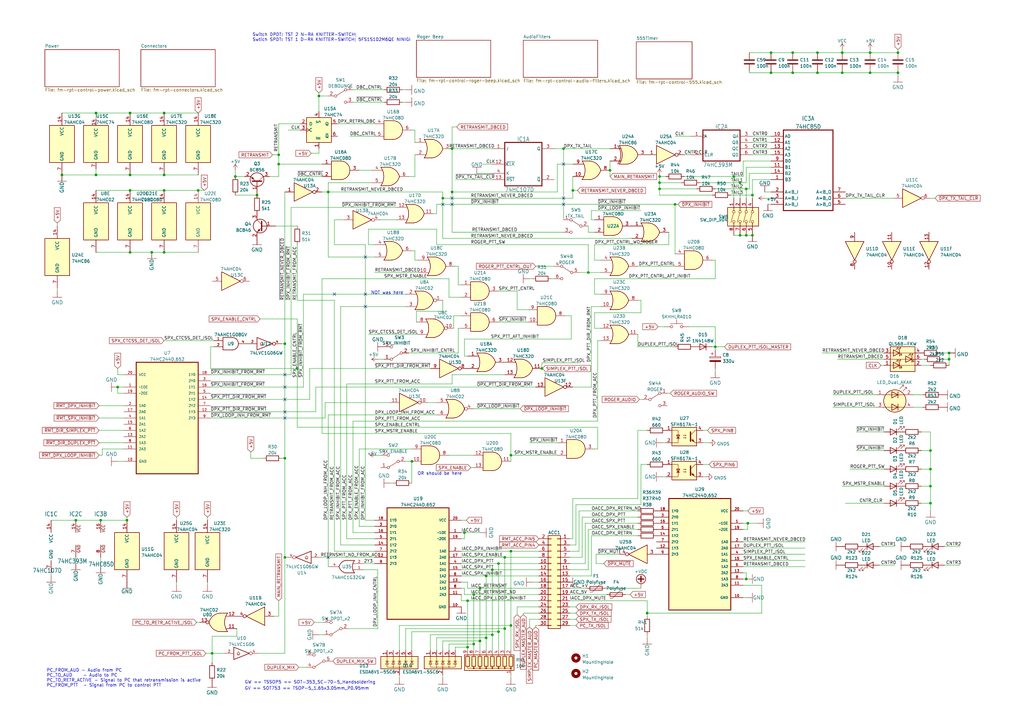
<source format=kicad_sch>
(kicad_sch (version 20211123) (generator eeschema)
  (paper "A3")
  (title_block (title "ParaCNTRL - FM repeater controller made of 74xx and analog") (date "2023-02-23") (rev "A") (company "ML Elektronika Mateusz Lubecki") (comment 1 "Main Schematic"))
  (junction (at 265.43 251.46))
  (junction (at 381.635 206.375))
  (junction (at 389.255 144.78))
  (junction (at 81.28 78.105))
  (junction (at 62.23 103.505))
  (junction (at 308.61 96.52))
  (junction (at 96.52 72.39))
  (junction (at 114.3 63.5))
  (junction (at 316.23 21.59))
  (junction (at 116.84 140.97))
  (junction (at 234.95 78.105))
  (junction (at 325.12 29.845))
  (junction (at 368.3 29.845))
  (junction (at 114.3 67.31))
  (junction (at 389.255 147.32))
  (junction (at 209.55 226.06))
  (junction (at 48.26 158.75))
  (junction (at 270.51 74.93))
  (junction (at 121.92 151.13))
  (junction (at 86.995 267.97))
  (junction (at 53.34 78.105))
  (junction (at 231.14 60.96))
  (junction (at 191.77 265.43))
  (junction (at 67.31 71.755))
  (junction (at 204.47 231.14))
  (junction (at 67.31 46.355))
  (junction (at 306.07 96.52))
  (junction (at 201.93 260.35))
  (junction (at 39.37 46.355))
  (junction (at 356.87 21.59))
  (junction (at 381.635 199.39))
  (junction (at 53.34 71.755))
  (junction (at 306.705 214.63))
  (junction (at 194.31 264.16))
  (junction (at 196.85 241.3))
  (junction (at 222.25 151.13))
  (junction (at 185.42 60.96))
  (junction (at 181.61 81.28))
  (junction (at 270.51 72.39))
  (junction (at 381.635 192.405))
  (junction (at 300.99 72.39))
  (junction (at 306.07 77.47))
  (junction (at 53.34 103.505))
  (junction (at 209.55 256.54))
  (junction (at 303.53 74.93))
  (junction (at 130.81 39.37))
  (junction (at 306.07 237.49))
  (junction (at 308.61 80.01))
  (junction (at 204.47 259.08))
  (junction (at 116.84 187.96))
  (junction (at 67.31 78.105))
  (junction (at 67.31 103.505))
  (junction (at 276.86 83.82))
  (junction (at 39.37 71.755))
  (junction (at 190.5 218.44))
  (junction (at 25.4 71.755))
  (junction (at 293.37 142.24))
  (junction (at 194.31 243.84))
  (junction (at 191.77 246.38))
  (junction (at 52.07 213.36))
  (junction (at 168.91 189.23))
  (junction (at 368.3 21.59))
  (junction (at 105.41 80.01))
  (junction (at 381.635 184.785))
  (junction (at 199.39 236.22))
  (junction (at 270.51 77.47))
  (junction (at 196.85 262.89))
  (junction (at 199.39 261.62))
  (junction (at 345.44 21.59))
  (junction (at 345.44 29.845))
  (junction (at 356.87 29.845))
  (junction (at 31.115 213.36))
  (junction (at 335.28 21.59))
  (junction (at 250.19 69.85))
  (junction (at 316.23 29.845))
  (junction (at 134.62 78.74))
  (junction (at 53.34 46.355))
  (junction (at 207.01 257.81))
  (junction (at 325.12 21.59))
  (junction (at 241.3 111.76))
  (junction (at 207.01 228.6))
  (junction (at 209.55 186.69))
  (junction (at 335.28 29.845))
  (junction (at 303.53 96.52))
  (junction (at 201.93 233.68))
  (junction (at 185.42 78.74))
  (junction (at 41.275 213.36))
  (junction (at 116.84 228.6))
  (no_connect (at 231.14 81.28))
  (no_connect (at 231.14 83.82))
  (no_connect (at 185.42 81.28))
  (no_connect (at 185.42 83.82))
  (no_connect (at 181.61 83.82))
  (no_connect (at 116.84 153.67))
  (no_connect (at 134.62 228.6))
  (no_connect (at 149.86 105.41))
  (no_connect (at 149.86 120.65))
  (no_connect (at 116.84 158.75))
  (no_connect (at 149.86 125.73))
  (no_connect (at 137.16 120.65))
  (no_connect (at 231.14 67.31))
  (no_connect (at 116.84 163.83))
  (no_connect (at 116.84 168.91))
  (no_connect (at 116.84 171.45))
  (wire (pts (xy 308.61 55.88) (xy 316.23 55.88)))
  (wire (pts (xy 306.07 96.52) (xy 308.61 96.52)))
  (wire (pts (xy 306.705 214.63) (xy 310.515 214.63)))
  (wire (pts (xy 185.42 60.96) (xy 201.93 60.96)))
  (wire (pts (xy 204.47 132.08) (xy 216.535 132.08)))
  (wire (pts (xy 133.35 165.1) (xy 160.02 165.1)))
  (wire (pts (xy 185.42 52.07) (xy 185.42 60.96)))
  (wire (pts (xy 147.32 184.15) (xy 168.91 184.15)))
  (wire (pts (xy 204.47 259.08) (xy 204.47 266.7)))
  (wire (pts (xy 237.49 111.76) (xy 241.3 111.76)))
  (wire (pts (xy 132.08 114.3) (xy 132.08 177.8)))
  (wire (pts (xy 152.4 74.93) (xy 134.62 74.93)))
  (wire (pts (xy 124.46 120.65) (xy 166.37 120.65)))
  (wire (pts (xy 237.49 209.55) (xy 237.49 226.06)))
  (wire (pts (xy 189.23 228.6) (xy 207.01 228.6)))
  (wire (pts (xy 316.23 29.21) (xy 316.23 29.845)))
  (wire (pts (xy 233.68 256.54) (xy 236.22 256.54)))
  (wire (pts (xy 265.43 251.46) (xy 265.43 252.73)))
  (wire (pts (xy 134.62 170.18) (xy 134.62 232.41)))
  (wire (pts (xy 86.36 171.45) (xy 133.35 171.45)))
  (wire (pts (xy 241.3 111.76) (xy 246.38 111.76)))
  (wire (pts (xy 137.16 100.33) (xy 149.86 100.33)))
  (wire (pts (xy 62.23 103.505) (xy 67.31 103.505)))
  (wire (pts (xy 170.18 102.87) (xy 170.18 106.68)))
  (wire (pts (xy 187.325 52.07) (xy 185.42 52.07)))
  (wire (pts (xy 96.52 80.01) (xy 105.41 80.01)))
  (wire (pts (xy 245.11 139.7) (xy 245.11 172.72)))
  (wire (pts (xy 247.65 231.14) (xy 244.475 231.14)))
  (wire (pts (xy 72.39 212.09) (xy 72.39 213.36)))
  (wire (pts (xy 50.8 153.67) (xy 48.26 153.67)))
  (wire (pts (xy 187.96 134.62) (xy 187.96 144.78)))
  (wire (pts (xy 270.51 74.93) (xy 270.51 77.47)))
  (wire (pts (xy 337.185 144.78) (xy 362.585 144.78)))
  (wire (pts (xy 134.62 170.18) (xy 179.07 170.18)))
  (wire (pts (xy 313.69 78.74) (xy 316.23 78.74)))
  (wire (pts (xy 67.31 78.105) (xy 81.28 78.105)))
  (wire (pts (xy 191.77 241.3) (xy 196.85 241.3)))
  (wire (pts (xy 316.23 66.04) (xy 304.8 66.04)))
  (wire (pts (xy 86.995 267.97) (xy 86.995 271.78)))
  (wire (pts (xy 185.42 153.67) (xy 185.42 157.48)))
  (wire (pts (xy 377.825 147.32) (xy 379.095 147.32)))
  (wire (pts (xy 191.77 265.43) (xy 191.77 266.7)))
  (wire (pts (xy 304.8 232.41) (xy 330.2 232.41)))
  (wire (pts (xy 176.53 260.35) (xy 201.93 260.35)))
  (wire (pts (xy 196.85 262.89) (xy 196.85 266.7)))
  (wire (pts (xy 209.55 226.06) (xy 209.55 256.54)))
  (wire (pts (xy 53.34 71.755) (xy 67.31 71.755)))
  (wire (pts (xy 345.44 20.32) (xy 345.44 21.59)))
  (wire (pts (xy 102.87 187.96) (xy 107.95 187.96)))
  (wire (pts (xy 131.445 228.6) (xy 153.67 228.6)))
  (wire (pts (xy 389.255 144.78) (xy 389.255 147.32)))
  (wire (pts (xy 115.57 187.96) (xy 116.84 187.96)))
  (wire (pts (xy 271.78 181.61) (xy 273.05 181.61)))
  (wire (pts (xy 25.4 46.355) (xy 39.37 46.355)))
  (wire (pts (xy 360.68 224.155) (xy 367.03 224.155)))
  (wire (pts (xy 181.61 97.79) (xy 259.08 97.79)))
  (wire (pts (xy 232.41 238.76) (xy 233.68 238.76)))
  (wire (pts (xy 121.92 175.26) (xy 245.11 175.26)))
  (wire (pts (xy 132.08 114.3) (xy 184.15 114.3)))
  (wire (pts (xy 307.34 29.21) (xy 307.34 29.845)))
  (wire (pts (xy 243.84 128.27) (xy 243.84 134.62)))
  (wire (pts (xy 300.99 72.39) (xy 300.99 81.28)))
  (wire (pts (xy 85.09 238.76) (xy 85.09 240.03)))
  (wire (pts (xy 170.18 106.68) (xy 171.45 106.68)))
  (wire (pts (xy 209.55 177.8) (xy 132.08 177.8)))
  (wire (pts (xy 195.58 71.12) (xy 201.93 71.12)))
  (wire (pts (xy 293.37 142.24) (xy 293.37 143.51)))
  (wire (pts (xy 190.5 243.84) (xy 190.5 241.3)))
  (wire (pts (xy 288.29 195.58) (xy 289.56 195.58)))
  (wire (pts (xy 181.61 127.635) (xy 181.61 123.19)))
  (wire (pts (xy 186.69 266.7) (xy 186.69 265.43)))
  (wire (pts (xy 139.7 125.73) (xy 139.7 223.52)))
  (wire (pts (xy 189.23 218.44) (xy 190.5 218.44)))
  (wire (pts (xy 163.83 266.7) (xy 163.83 256.54)))
  (wire (pts (xy 184.15 266.7) (xy 184.15 264.16)))
  (wire (pts (xy 130.81 260.35) (xy 132.715 260.35)))
  (wire (pts (xy 377.825 177.165) (xy 381.635 177.165)))
  (wire (pts (xy 236.22 207.01) (xy 236.22 223.52)))
  (wire (pts (xy 39.37 78.105) (xy 53.34 78.105)))
  (wire (pts (xy 387.35 231.775) (xy 393.7 231.775)))
  (wire (pts (xy 190.5 243.84) (xy 194.31 243.84)))
  (wire (pts (xy 377.825 184.785) (xy 381.635 184.785)))
  (wire (pts (xy 303.53 74.93) (xy 303.53 81.28)))
  (wire (pts (xy 199.39 261.62) (xy 199.39 266.7)))
  (wire (pts (xy 114.3 50.8) (xy 114.3 63.5)))
  (wire (pts (xy 121.92 100.33) (xy 121.92 123.19)))
  (wire (pts (xy 306.07 68.58) (xy 306.07 74.93)))
  (wire (pts (xy 233.68 236.22) (xy 242.57 236.22)))
  (wire (pts (xy 191.77 146.05) (xy 190.5 146.05)))
  (wire (pts (xy 67.31 46.355) (xy 81.28 46.355)))
  (wire (pts (xy 209.55 226.06) (xy 220.98 226.06)))
  (wire (pts (xy 209.55 186.69) (xy 209.55 177.8)))
  (wire (pts (xy 377.825 206.375) (xy 381.635 206.375)))
  (wire (pts (xy 40.64 181.61) (xy 50.8 181.61)))
  (wire (pts (xy 304.8 245.11) (xy 306.07 245.11)))
  (wire (pts (xy 154.94 147.32) (xy 157.48 147.32)))
  (wire (pts (xy 121.92 72.39) (xy 132.08 72.39)))
  (wire (pts (xy 241.3 217.17) (xy 261.62 217.17)))
  (wire (pts (xy 381.635 81.28) (xy 383.54 81.28)))
  (wire (pts (xy 179.07 100.33) (xy 179.07 93.98)))
  (wire (pts (xy 144.78 41.91) (xy 157.48 41.91)))
  (wire (pts (xy 86.36 158.75) (xy 124.46 158.75)))
  (wire (pts (xy 144.78 172.72) (xy 144.78 218.44)))
  (wire (pts (xy 23.495 118.11) (xy 23.495 119.38)))
  (wire (pts (xy 217.17 114.3) (xy 218.44 114.3)))
  (wire (pts (xy 234.95 78.105) (xy 236.855 78.105)))
  (wire (pts (xy 50.8 184.15) (xy 41.91 184.15)))
  (wire (pts (xy 199.39 236.22) (xy 220.98 236.22)))
  (wire (pts (xy 198.12 67.31) (xy 201.93 67.31)))
  (wire (pts (xy 144.78 218.44) (xy 153.67 218.44)))
  (wire (pts (xy 86.995 267.97) (xy 92.075 267.97)))
  (wire (pts (xy 191.77 241.3) (xy 191.77 238.76)))
  (wire (pts (xy 226.06 114.3) (xy 227.33 114.3)))
  (wire (pts (xy 341.63 161.925) (xy 359.41 161.925)))
  (wire (pts (xy 204.47 231.14) (xy 220.98 231.14)))
  (wire (pts (xy 130.81 60.96) (xy 130.81 62.865)))
  (wire (pts (xy 48.26 189.23) (xy 50.8 189.23)))
  (wire (pts (xy 209.55 186.69) (xy 209.55 189.23)))
  (wire (pts (xy 186.055 129.54) (xy 186.055 134.62)))
  (wire (pts (xy 209.55 186.69) (xy 228.6 186.69)))
  (wire (pts (xy 189.23 134.62) (xy 187.96 134.62)))
  (wire (pts (xy 270.51 77.47) (xy 270.51 80.01)))
  (wire (pts (xy 234.95 67.31) (xy 228.6 67.31)))
  (wire (pts (xy 166.37 257.81) (xy 207.01 257.81)))
  (wire (pts (xy 130.81 39.37) (xy 130.81 45.72)))
  (wire (pts (xy 308.61 60.96) (xy 316.23 60.96)))
  (wire (pts (xy 368.3 29.845) (xy 368.3 31.115)))
  (wire (pts (xy 81.28 78.105) (xy 83.82 78.105)))
  (wire (pts (xy 154.305 186.69) (xy 156.21 186.69)))
  (wire (pts (xy 307.34 77.47) (xy 306.07 77.47)))
  (wire (pts (xy 20.955 213.36) (xy 31.115 213.36)))
  (wire (pts (xy 270.51 72.39) (xy 270.51 74.93)))
  (wire (pts (xy 189.23 213.36) (xy 191.262 213.36)))
  (wire (pts (xy 137.16 90.17) (xy 137.16 100.33)))
  (wire (pts (xy 256.54 243.84) (xy 258.445 243.84)))
  (wire (pts (xy 189.23 231.14) (xy 204.47 231.14)))
  (wire (pts (xy 265.43 260.35) (xy 265.43 261.62)))
  (wire (pts (xy 67.31 139.7) (xy 87.63 139.7)))
  (wire (pts (xy 189.23 246.38) (xy 189.23 243.84)))
  (wire (pts (xy 194.31 243.84) (xy 194.31 264.16)))
  (wire (pts (xy 194.31 243.84) (xy 220.98 243.84)))
  (wire (pts (xy 119.38 85.09) (xy 119.38 153.67)))
  (wire (pts (xy 97.155 257.81) (xy 97.155 260.985)))
  (wire (pts (xy 196.85 241.3) (xy 196.85 262.89)))
  (wire (pts (xy 304.8 224.79) (xy 330.2 224.79)))
  (wire (pts (xy 300.99 96.52) (xy 303.53 96.52)))
  (wire (pts (xy 265.43 251.46) (xy 312.42 251.46)))
  (wire (pts (xy 270.51 74.93) (xy 279.4 74.93)))
  (wire (pts (xy 151.13 100.33) (xy 153.67 100.33)))
  (wire (pts (xy 181.61 81.28) (xy 181.61 78.74)))
  (wire (pts (xy 116.84 140.97) (xy 116.84 187.96)))
  (wire (pts (xy 184.15 60.96) (xy 185.42 60.96)))
  (wire (pts (xy 280.67 63.5) (xy 283.21 63.5)))
  (wire (pts (xy 209.55 276.86) (xy 209.55 278.13)))
  (wire (pts (xy 282.575 133.985) (xy 293.37 133.985)))
  (wire (pts (xy 377.825 199.39) (xy 381.635 199.39)))
  (wire (pts (xy 40.64 171.45) (xy 50.8 171.45)))
  (wire (pts (xy 335.28 29.845) (xy 345.44 29.845)))
  (wire (pts (xy 307.34 71.12) (xy 307.34 77.47)))
  (wire (pts (xy 217.17 254) (xy 220.98 254)))
  (wire (pts (xy 67.31 71.755) (xy 81.28 71.755)))
  (wire (pts (xy 233.68 228.6) (xy 238.76 228.6)))
  (wire (pts (xy 121.92 151.13) (xy 121.92 175.26)))
  (wire (pts (xy 181.61 81.28) (xy 181.61 97.79)))
  (wire (pts (xy 316.23 68.58) (xy 306.07 68.58)))
  (wire (pts (xy 345.44 29.845) (xy 356.87 29.845)))
  (wire (pts (xy 212.09 119.38) (xy 212.09 127)))
  (wire (pts (xy 345.44 199.39) (xy 362.585 199.39)))
  (wire (pts (xy 262.89 241.3) (xy 262.89 240.665)))
  (wire (pts (xy 170.815 132.08) (xy 170.815 127.635)))
  (wire (pts (xy 233.68 254) (xy 236.22 254)))
  (wire (pts (xy 368.3 20.32) (xy 368.3 21.59)))
  (wire (pts (xy 351.155 184.785) (xy 362.585 184.785)))
  (wire (pts (xy 356.87 21.59) (xy 368.3 21.59)))
  (wire (pts (xy 179.07 261.62) (xy 199.39 261.62)))
  (wire (pts (xy 129.54 168.91) (xy 129.54 158.75)))
  (wire (pts (xy 41.275 213.36) (xy 52.07 213.36)))
  (wire (pts (xy 233.68 220.98) (xy 234.95 220.98)))
  (wire (pts (xy 85.09 212.09) (xy 85.09 213.36)))
  (wire (pts (xy 189.23 226.06) (xy 209.55 226.06)))
  (wire (pts (xy 185.42 78.74) (xy 185.42 95.25)))
  (wire (pts (xy 134.62 74.93) (xy 134.62 78.74)))
  (wire (pts (xy 368.3 29.21) (xy 368.3 29.845)))
  (wire (pts (xy 248.285 241.3) (xy 262.89 241.3)))
  (wire (pts (xy 261.62 142.24) (xy 276.86 142.24)))
  (wire (pts (xy 374.65 167.005) (xy 378.46 167.005)))
  (wire (pts (xy 389.255 147.32) (xy 386.715 147.32)))
  (wire (pts (xy 86.36 153.67) (xy 119.38 153.67)))
  (wire (pts (xy 270.51 77.47) (xy 285.75 77.47)))
  (wire (pts (xy 204.47 231.14) (xy 204.47 259.08)))
  (wire (pts (xy 335.28 21.59) (xy 345.44 21.59)))
  (wire (pts (xy 53.34 46.355) (xy 67.31 46.355)))
  (wire (pts (xy 242.57 90.17) (xy 243.84 90.17)))
  (wire (pts (xy 273.05 72.39) (xy 270.51 72.39)))
  (wire (pts (xy 179.07 83.82) (xy 179.07 87.63)))
  (wire (pts (xy 142.875 257.81) (xy 154.94 257.81)))
  (wire (pts (xy 113.03 92.71) (xy 121.92 92.71)))
  (wire (pts (xy 222.25 148.844) (xy 238.252 148.844)))
  (wire (pts (xy 233.68 243.84) (xy 248.92 243.84)))
  (wire (pts (xy 114.3 72.39) (xy 114.3 67.31)))
  (wire (pts (xy 135.89 271.145) (xy 136.525 271.145)))
  (wire (pts (xy 186.69 73.66) (xy 201.93 73.66)))
  (wire (pts (xy 261.62 204.47) (xy 261.62 176.53)))
  (wire (pts (xy 134.62 78.74) (xy 181.61 78.74)))
  (wire (pts (xy 189.23 220.98) (xy 190.5 220.98)))
  (wire (pts (xy 233.68 246.38) (xy 265.43 246.38)))
  (wire (pts (xy 110.49 72.39) (xy 114.3 72.39)))
  (wire (pts (xy 219.71 256.54) (xy 219.71 257.175)))
  (wire (pts (xy 341.63 167.005) (xy 359.41 167.005)))
  (wire (pts (xy 212.09 248.92) (xy 212.09 252.095)))
  (wire (pts (xy 335.28 29.21) (xy 335.28 29.845)))
  (wire (pts (xy 191.77 246.38) (xy 189.23 246.38)))
  (wire (pts (xy 201.93 233.68) (xy 220.98 233.68)))
  (wire (pts (xy 377.825 149.86) (xy 381.635 149.86)))
  (wire (pts (xy 97.155 260.985) (xy 86.995 260.985)))
  (wire (pts (xy 132.08 78.74) (xy 134.62 78.74)))
  (wire (pts (xy 184.15 186.69) (xy 194.31 186.69)))
  (wire (pts (xy 288.29 190.5) (xy 290.83 190.5)))
  (wire (pts (xy 293.37 106.68) (xy 293.37 114.3)))
  (wire (pts (xy 233.68 248.92) (xy 236.22 248.92)))
  (wire (pts (xy 153.67 226.06) (xy 137.16 226.06)))
  (wire (pts (xy 48.26 153.67) (xy 48.26 151.13)))
  (wire (pts (xy 250.19 69.85) (xy 250.19 72.39)))
  (wire (pts (xy 181.61 262.89) (xy 196.85 262.89)))
  (wire (pts (xy 168.91 189.23) (xy 168.91 198.12)))
  (wire (pts (xy 181.61 276.86) (xy 181.61 278.13)))
  (wire (pts (xy 381.635 184.785) (xy 381.635 192.405)))
  (wire (pts (xy 190.5 220.98) (xy 190.5 218.44)))
  (wire (pts (xy 147.32 184.15) (xy 147.32 215.9)))
  (wire (pts (xy 127.635 62.865) (xy 130.81 62.865)))
  (wire (pts (xy 189.23 129.54) (xy 186.055 129.54)))
  (wire (pts (xy 31.115 213.36) (xy 41.275 213.36)))
  (wire (pts (xy 242.57 158.75) (xy 242.57 125.73)))
  (wire (pts (xy 39.37 46.355) (xy 39.37 48.895)))
  (wire (pts (xy 240.03 214.63) (xy 261.62 214.63)))
  (wire (pts (xy 133.35 171.45) (xy 133.35 165.1)))
  (wire (pts (xy 151.13 93.98) (xy 151.13 100.33)))
  (wire (pts (xy 308.61 80.01) (xy 308.61 81.28)))
  (wire (pts (xy 244.475 227.33) (xy 254 227.33)))
  (wire (pts (xy 381.635 206.375) (xy 381.635 209.55)))
  (wire (pts (xy 114.3 67.31) (xy 132.08 67.31)))
  (wire (pts (xy 214.63 251.46) (xy 220.98 251.46)))
  (wire (pts (xy 271.78 195.58) (xy 273.05 195.58)))
  (wire (pts (xy 274.32 100.33) (xy 274.32 95.25)))
  (wire (pts (xy 39.37 103.505) (xy 53.34 103.505)))
  (wire (pts (xy 381.635 192.405) (xy 381.635 199.39)))
  (wire (pts (xy 40.64 186.69) (xy 41.91 186.69)))
  (wire (pts (xy 325.12 29.21) (xy 325.12 29.845)))
  (wire (pts (xy 308.61 58.42) (xy 316.23 58.42)))
  (wire (pts (xy 316.23 29.845) (xy 325.12 29.845)))
  (wire (pts (xy 385.445 144.78) (xy 389.255 144.78)))
  (wire (pts (xy 168.91 259.08) (xy 204.47 259.08)))
  (wire (pts (xy 116.84 228.6) (xy 116.84 267.97)))
  (wire (pts (xy 190.5 241.3) (xy 189.23 241.3)))
  (wire (pts (xy 116.84 187.96) (xy 116.84 228.6)))
  (wire (pts (xy 240.03 231.14) (xy 233.68 231.14)))
  (wire (pts (xy 137.16 123.19) (xy 137.16 226.06)))
  (wire (pts (xy 242.57 125.73) (xy 246.38 125.73)))
  (wire (pts (xy 201.93 233.68) (xy 201.93 260.35)))
  (wire (pts (xy 237.49 226.06) (xy 233.68 226.06)))
  (wire (pts (xy 238.76 212.09) (xy 261.62 212.09)))
  (wire (pts (xy 160.02 198.12) (xy 161.29 198.12)))
  (wire (pts (xy 25.4 71.755) (xy 39.37 71.755)))
  (wire (pts (xy 241.3 95.25) (xy 243.84 95.25)))
  (wire (pts (xy 80.645 255.27) (xy 81.915 255.27)))
  (wire (pts (xy 243.84 106.68) (xy 246.38 106.68)))
  (wire (pts (xy 167.64 144.78) (xy 187.96 144.78)))
  (wire (pts (xy 163.83 276.86) (xy 163.83 278.13)))
  (wire (pts (xy 20.955 234.95) (xy 20.955 236.22)))
  (wire (pts (xy 346.71 81.28) (xy 366.395 81.28)))
  (wire (pts (xy 185.42 95.25) (xy 231.14 95.25)))
  (wire (pts (xy 307.34 29.845) (xy 316.23 29.845)))
  (wire (pts (xy 114.3 63.5) (xy 114.3 67.31)))
  (wire (pts (xy 207.01 228.6) (xy 220.98 228.6)))
  (wire (pts (xy 306.705 217.17) (xy 306.705 214.63)))
  (wire (pts (xy 231.14 90.17) (xy 231.14 60.96)))
  (wire (pts (xy 151.13 93.98) (xy 179.07 93.98)))
  (wire (pts (xy 241.3 217.17) (xy 241.3 233.68)))
  (wire (pts (xy 234.95 158.75) (xy 242.57 158.75)))
  (wire (pts (xy 303.53 96.52) (xy 306.07 96.52)))
  (wire (pts (xy 170.18 53.34) (xy 170.18 58.42)))
  (wire (pts (xy 114.3 246.38) (xy 114.3 252.73)))
  (wire (pts (xy 187.96 116.84) (xy 189.23 116.84)))
  (wire (pts (xy 114.3 50.8) (xy 123.19 50.8)))
  (wire (pts (xy 346.71 206.375) (xy 362.585 206.375)))
  (wire (pts (xy 265.43 246.38) (xy 265.43 251.46)))
  (wire (pts (xy 222.25 151.13) (xy 222.504 151.13)))
  (wire (pts (xy 134.62 105.41) (xy 153.67 105.41)))
  (wire (pts (xy 181.61 81.28) (xy 234.95 81.28)))
  (wire (pts (xy 356.87 29.845) (xy 368.3 29.845)))
  (wire (pts (xy 288.29 181.61) (xy 290.83 181.61)))
  (wire (pts (xy 351.155 177.165) (xy 362.585 177.165)))
  (wire (pts (xy 304.8 222.25) (xy 330.2 222.25)))
  (wire (pts (xy 389.255 149.86) (xy 389.255 147.32)))
  (wire (pts (xy 149.225 231.14) (xy 153.67 231.14)))
  (wire (pts (xy 312.42 251.46) (xy 312.42 240.03)))
  (wire (pts (xy 185.42 157.48) (xy 142.24 157.48)))
  (wire (pts (xy 262.89 123.19) (xy 262.89 128.27)))
  (wire (pts (xy 245.11 175.26) (xy 245.11 184.15)))
  (wire (pts (xy 345.44 21.59) (xy 356.87 21.59)))
  (wire (pts (xy 228.6 78.74) (xy 185.42 78.74)))
  (wire (pts (xy 40.64 166.37) (xy 50.8 166.37)))
  (wire (pts (xy 243.84 114.3) (xy 243.84 120.65)))
  (wire (pts (xy 217.17 181.61) (xy 228.6 181.61)))
  (wire (pts (xy 293.37 151.13) (xy 293.37 152.4)))
  (wire (pts (xy 53.34 71.755) (xy 39.37 71.755)))
  (wire (pts (xy 234.95 72.39) (xy 234.95 78.105)))
  (wire (pts (xy 374.65 161.925) (xy 378.46 161.925)))
  (wire (pts (xy 262.255 163.83) (xy 263.525 163.83)))
  (wire (pts (xy 139.7 125.73) (xy 166.37 125.73)))
  (wire (pts (xy 293.37 133.985) (xy 293.37 142.24)))
  (wire (pts (xy 293.37 77.47) (xy 306.07 77.47)))
  (wire (pts (xy 234.95 204.47) (xy 261.62 204.47)))
  (wire (pts (xy 153.67 111.76) (xy 171.45 111.76)))
  (wire (pts (xy 236.22 207.01) (xy 262.89 207.01)))
  (wire (pts (xy 53.34 103.505) (xy 62.23 103.505)))
  (wire (pts (xy 304.8 217.17) (xy 306.705 217.17)))
  (wire (pts (xy 106.045 267.97) (xy 116.84 267.97)))
  (wire (pts (xy 84.455 267.97) (xy 86.995 267.97)))
  (wire (pts (xy 137.16 123.19) (xy 121.92 123.19)))
  (wire (pts (xy 381.635 177.165) (xy 381.635 184.785)))
  (wire (pts (xy 348.615 192.405) (xy 362.585 192.405)))
  (wire (pts (xy 116.84 228.6) (xy 117.475 228.6)))
  (wire (pts (xy 222.25 148.844) (xy 222.25 151.13)))
  (wire (pts (xy 356.87 20.32) (xy 356.87 21.59)))
  (wire (pts (xy 292.1 142.24) (xy 293.37 142.24)))
  (wire (pts (xy 345.44 29.21) (xy 345.44 29.845)))
  (wire (pts (xy 242.57 86.36) (xy 262.89 86.36)))
  (wire (pts (xy 176.53 266.7) (xy 176.53 260.35)))
  (wire (pts (xy 231.14 60.96) (xy 250.19 60.96)))
  (wire (pts (xy 127 151.13) (xy 176.53 151.13)))
  (wire (pts (xy 111.76 63.5) (xy 114.3 63.5)))
  (wire (pts (xy 41.275 228.6) (xy 41.275 232.41)))
  (wire (pts (xy 220.98 238.76) (xy 218.44 238.76)))
  (wire (pts (xy 52.07 212.09) (xy 52.07 213.36)))
  (wire (pts (xy 168.91 53.34) (xy 170.18 53.34)))
  (wire (pts (xy 243.84 114.3) (xy 293.37 114.3)))
  (wire (pts (xy 41.91 186.69) (xy 41.91 184.15)))
  (wire (pts (xy 261.62 176.53) (xy 265.43 176.53)))
  (wire (pts (xy 129.54 158.75) (xy 219.71 158.75)))
  (wire (pts (xy 262.89 123.19) (xy 261.62 123.19)))
  (wire (pts (xy 292.1 106.68) (xy 293.37 106.68)))
  (wire (pts (xy 244.475 231.14) (xy 244.475 227.33)))
  (wire (pts (xy 31.115 228.6) (xy 31.115 231.14)))
  (wire (pts (xy 166.37 189.23) (xy 168.91 189.23)))
  (wire (pts (xy 233.68 251.46) (xy 236.22 251.46)))
  (wire (pts (xy 190.5 146.05) (xy 190.5 139.065)))
  (wire (pts (xy 207.01 257.81) (xy 207.01 266.7)))
  (wire (pts (xy 356.87 29.21) (xy 356.87 29.845)))
  (wire (pts (xy 219.71 109.22) (xy 227.33 109.22)))
  (wire (pts (xy 189.23 236.22) (xy 199.39 236.22)))
  (wire (pts (xy 156.21 90.17) (xy 162.56 90.17)))
  (wire (pts (xy 147.32 69.85) (xy 152.4 69.85)))
  (wire (pts (xy 67.31 103.505) (xy 81.28 103.505)))
  (wire (pts (xy 312.42 240.03) (xy 304.8 240.03)))
  (wire (pts (xy 237.49 209.55) (xy 261.62 209.55)))
  (wire (pts (xy 262.89 207.01) (xy 262.89 190.5)))
  (wire (pts (xy 102.87 187.96) (xy 102.87 185.42)))
  (wire (pts (xy 53.34 46.355) (xy 39.37 46.355)))
  (wire (pts (xy 209.55 256.54) (xy 209.55 266.7)))
  (wire (pts (xy 119.38 85.09) (xy 162.56 85.09)))
  (wire (pts (xy 194.31 167.64) (xy 213.36 167.64)))
  (wire (pts (xy 250.19 66.04) (xy 250.19 69.85)))
  (wire (pts (xy 245.11 184.15) (xy 243.84 184.15)))
  (wire (pts (xy 96.52 72.39) (xy 96.52 69.85)))
  (wire (pts (xy 361.315 149.86) (xy 362.585 149.86)))
  (wire (pts (xy 241.3 92.71) (xy 241.3 95.25)))
  (wire (pts (xy 199.39 236.22) (xy 199.39 261.62)))
  (wire (pts (xy 112.395 252.73) (xy 114.3 252.73)))
  (wire (pts (xy 127 151.13) (xy 127 163.83)))
  (wire (pts (xy 227.33 60.96) (xy 231.14 60.96)))
  (wire (pts (xy 228.6 67.31) (xy 228.6 78.74)))
  (wire (pts (xy 166.37 266.7) (xy 166.37 257.81)))
  (wire (pts (xy 240.03 214.63) (xy 240.03 231.14)))
  (wire (pts (xy 168.91 266.7) (xy 168.91 259.08)))
  (wire (pts (xy 149.86 213.36) (xy 153.67 213.36)))
  (wire (pts (xy 138.43 50.8) (xy 153.67 50.8)))
  (wire (pts (xy 201.93 260.35) (xy 201.93 266.7)))
  (wire (pts (xy 193.04 191.77) (xy 194.31 191.77)))
  (wire (pts (xy 231.775 129.54) (xy 234.315 129.54)))
  (wire (pts (xy 304.8 229.87) (xy 330.2 229.87)))
  (wire (pts (xy 245.11 139.7) (xy 246.38 139.7)))
  (wire (pts (xy 325.12 21.59) (xy 335.28 21.59)))
  (wire (pts (xy 128.905 255.27) (xy 132.715 255.27)))
  (wire (pts (xy 165.1 41.91) (xy 166.37 41.91)))
  (wire (pts (xy 48.26 158.75) (xy 50.8 158.75)))
  (wire (pts (xy 86.36 163.83) (xy 127 163.83)))
  (wire (pts (xy 288.29 176.53) (xy 290.195 176.53)))
  (wire (pts (xy 325.12 29.845) (xy 335.28 29.845)))
  (wire (pts (xy 304.8 72.39) (xy 300.99 72.39)))
  (wire (pts (xy 147.32 215.9) (xy 153.67 215.9)))
  (wire (pts (xy 276.86 55.88) (xy 283.21 55.88)))
  (wire (pts (xy 306.07 234.95) (xy 306.07 237.49)))
  (wire (pts (xy 387.35 224.155) (xy 393.7 224.155)))
  (wire (pts (xy 23.495 91.44) (xy 23.495 92.71)))
  (wire (pts (xy 313.69 81.28) (xy 316.23 81.28)))
  (wire (pts (xy 181.61 266.7) (xy 181.61 262.89)))
  (wire (pts (xy 242.57 86.36) (xy 242.57 90.17)))
  (wire (pts (xy 124.46 120.65) (xy 124.46 158.75)))
  (wire (pts (xy 308.61 63.5) (xy 316.23 63.5)))
  (wire (pts (xy 179.07 266.7) (xy 179.07 261.62)))
  (wire (pts (xy 122.555 273.685) (xy 125.73 273.685)))
  (wire (pts (xy 149.86 213.36) (xy 149.86 100.33)))
  (wire (pts (xy 306.07 74.93) (xy 303.53 74.93)))
  (wire (pts (xy 238.76 212.09) (xy 238.76 228.6)))
  (wire (pts (xy 130.81 38.1) (xy 130.81 39.37)))
  (wire (pts (xy 187.96 109.22) (xy 187.96 116.84)))
  (wire (pts (xy 360.68 231.775) (xy 367.03 231.775)))
  (wire (pts (xy 304.8 214.63) (xy 306.705 214.63)))
  (wire (pts (xy 50.8 176.53) (xy 40.64 176.53)))
  (wire (pts (xy 189.23 233.68) (xy 201.93 233.68)))
  (wire (pts (xy 304.8 227.33) (xy 330.2 227.33)))
  (wire (pts (xy 214.63 251.46) (xy 214.63 252.095)))
  (wire (pts (xy 212.09 119.38) (xy 204.47 119.38)))
  (wire (pts (xy 179.07 83.82) (xy 276.86 83.82)))
  (wire (pts (xy 121.92 130.81) (xy 121.92 151.13)))
  (wire (pts (xy 163.83 256.54) (xy 209.55 256.54)))
  (wire (pts (xy 242.57 219.71) (xy 261.62 219.71)))
  (wire (pts (xy 194.31 264.16) (xy 194.31 266.7)))
  (wire (pts (xy 276.86 83.82) (xy 278.13 83.82)))
  (wire (pts (xy 179.07 100.33) (xy 241.3 100.33)))
  (wire (pts (xy 308.61 73.66) (xy 308.61 80.01)))
  (wire (pts (xy 170.815 127.635) (xy 181.61 127.635)))
  (wire (pts (xy 196.85 241.3) (xy 220.98 241.3)))
  (wire (pts (xy 149.225 233.68) (xy 154.94 233.68)))
  (wire (pts (xy 86.36 168.91) (xy 129.54 168.91)))
  (wire (pts (xy 381.635 199.39) (xy 381.635 206.375)))
  (wire (pts (xy 316.23 21.59) (xy 325.12 21.59)))
  (wire (pts (xy 316.23 83.82) (xy 314.96 83.82)))
  (wire (pts (xy 273.685 161.29) (xy 274.955 161.29)))
  (wire (pts (xy 270.51 71.755) (xy 270.51 72.39)))
  (wire (pts (xy 168.91 102.87) (xy 170.18 102.87)))
  (wire (pts (xy 207.01 228.6) (xy 207.01 257.81)))
  (wire (pts (xy 377.825 192.405) (xy 381.635 192.405)))
  (wire (pts (xy 269.875 133.985) (xy 272.415 133.985)))
  (wire (pts (xy 116.84 78.74) (xy 116.84 140.97)))
  (wire (pts (xy 261.62 109.22) (xy 276.86 109.22)))
  (wire (pts (xy 307.34 21.59) (xy 316.23 21.59)))
  (wire (pts (xy 212.09 248.92) (xy 220.98 248.92)))
  (wire (pts (xy 177.8 87.63) (xy 179.07 87.63)))
  (wire (pts (xy 234.95 204.47) (xy 234.95 220.98)))
  (wire (pts (xy 130.81 39.37) (xy 134.62 39.37)))
  (wire (pts (xy 186.69 265.43) (xy 191.77 265.43)))
  (wire (pts (xy 87.63 142.24) (xy 86.36 142.24)))
  (wire (pts (xy 316.23 73.66) (xy 308.61 73.66)))
  (wire (pts (xy 207.01 153.67) (xy 185.42 153.67)))
  (wire (pts (xy 233.68 223.52) (xy 236.22 223.52)))
  (wire (pts (xy 234.315 129.54) (xy 234.315 139.065)))
  (wire (pts (xy 304.8 234.95) (xy 306.07 234.95)))
  (wire (pts (xy 276.86 83.82) (xy 276.86 104.14)))
  (wire (pts (xy 270.51 80.01) (xy 292.1 80.01)))
  (wire (pts (xy 115.57 140.97) (xy 116.84 140.97)))
  (wire (pts (xy 280.67 72.39) (xy 300.99 72.39)))
  (wire (pts (xy 86.36 151.13) (xy 121.92 151.13)))
  (wire (pts (xy 142.24 157.48) (xy 142.24 220.98)))
  (wire (pts (xy 233.68 241.3) (xy 240.665 241.3)))
  (wire (pts (xy 96.52 72.39) (xy 100.33 72.39)))
  (wire (pts (xy 48.26 158.75) (xy 48.26 161.29)))
  (wire (pts (xy 106.68 130.81) (xy 121.92 130.81)))
  (wire (pts (xy 242.57 236.22) (xy 242.57 219.71)))
  (wire (pts (xy 241.3 100.33) (xy 241.3 111.76)))
  (wire (pts (xy 261.62 137.16) (xy 261.62 142.24)))
  (wire (pts (xy 170.18 72.39) (xy 167.64 72.39)))
  (wire (pts (xy 316.23 71.12) (xy 307.34 71.12)))
  (wire (pts (xy 118.11 53.34) (xy 123.19 53.34)))
  (wire (pts (xy 137.16 90.17) (xy 140.97 90.17)))
  (wire (pts (xy 72.39 238.76) (xy 72.39 240.03)))
  (wire (pts (xy 184.15 121.92) (xy 184.15 114.3)))
  (wire (pts (xy 139.7 223.52) (xy 153.67 223.52)))
  (wire (pts (xy 216.535 127) (xy 212.09 127)))
  (wire (pts (xy 86.36 142.24) (xy 86.36 151.13)))
  (wire (pts (xy 184.15 264.16) (xy 194.31 264.16)))
  (wire (pts (xy 219.71 256.54) (xy 220.98 256.54)))
  (wire (pts (xy 144.78 172.72) (xy 245.11 172.72)))
  (wire (pts (xy 243.84 100.33) (xy 243.84 106.68)))
  (wire (pts (xy 196.85 218.44) (xy 190.5 218.44)))
  (wire (pts (xy 143.51 55.88) (xy 153.67 55.88)))
  (wire (pts (xy 144.78 36.83) (xy 157.48 36.83)))
  (wire (pts (xy 189.23 121.92) (xy 184.15 121.92)))
  (wire (pts (xy 304.8 237.49) (xy 306.07 237.49)))
  (wire (pts (xy 299.72 80.01) (xy 308.61 80.01)))
  (wire (pts (xy 151.13 137.16) (xy 170.815 137.16)))
  (wire (pts (xy 233.68 233.68) (xy 241.3 233.68)))
  (wire (pts (xy 134.62 78.74) (xy 134.62 105.41)))
  (wire (pts (xy 170.18 63.5) (xy 170.18 72.39)))
  (wire (pts (xy 39.37 71.755) (xy 39.37 69.215)))
  (wire (pts (xy 220.98 246.38) (xy 191.77 246.38)))
  (wire (pts (xy 175.26 165.1) (xy 179.07 165.1)))
  (wire (pts (xy 186.69 109.22) (xy 187.96 109.22)))
  (wire (pts (xy 50.8 161.29) (xy 48.26 161.29)))
  (wire (pts (xy 262.89 190.5) (xy 265.43 190.5)))
  (wire (pts (xy 343.535 147.32) (xy 362.585 147.32)))
  (wire (pts (xy 53.34 78.105) (xy 67.31 78.105)))
  (wire (pts (xy 243.84 100.33) (xy 274.32 100.33)))
  (wire (pts (xy 191.77 246.38) (xy 191.77 265.43)))
  (wire (pts (xy 293.37 142.24) (xy 297.18 142.24)))
  (wire (pts (xy 234.95 78.105) (xy 234.95 81.28)))
  (wire (pts (xy 243.84 120.65) (xy 246.38 120.65)))
  (wire (pts (xy 243.84 134.62) (xy 246.38 134.62)))
  (wire (pts (xy 217.17 254) (xy 217.17 257.175)))
  (wire (pts (xy 134.62 232.41) (xy 135.255 232.41)))
  (wire (pts (xy 185.42 60.96) (xy 185.42 78.74)))
  (wire (pts (xy 165.1 36.83) (xy 166.37 36.83)))
  (wire (pts (xy 191.77 238.76) (xy 189.23 238.76)))
  (wire (pts (xy 262.89 128.27) (xy 243.84 128.27)))
  (wire (pts (xy 304.8 209.55) (xy 306.705 209.55)))
  (wire (pts (xy 154.94 233.68) (xy 154.94 257.81)))
  (wire (pts (xy 306.07 77.47) (xy 306.07 81.28)))
  (wire (pts (xy 304.8 66.04) (xy 304.8 72.39)))
  (wire (pts (xy 142.24 220.98) (xy 153.67 220.98)))
  (wire (pts (xy 86.995 260.985) (xy 86.995 267.97)))
  (wire (pts (xy 287.02 74.93) (xy 303.53 74.93)))
  (wire (pts (xy 190.5 139.065) (xy 234.315 139.065)))
  (text "NOT was here" (at 152.146 120.904 0) (effects (font (size 1.27 1.27)) (justify left bottom)))
  (text "OR should be here" (at 171.196 195.072 0) (effects (font (size 1.27 1.27)) (justify left bottom)))
  (text "Switch DPDT: TST 2 N-RA KNITTER-SWITCH; \nSwtich SPDT: TST 1 D-RA KNITTER-SWITCH; 5FS1S102M6QE NINIGI\n" (at 103.505 17.145 0) (effects (font (size 1.27 1.27)) (justify left bottom)))
  (text "GV == SOT753 == TSOP-5_1.65x3.05mm_P0.95mm" (at 100.33 283.21 0) (effects (font (size 1.27 1.27)) (justify left bottom)))
  (text "PC_FROM_AUD - Audio from PC\nPC_TO_AUD	- Audio to PC\nPC_TO_RETR_ACTIVE - Signal to PC that retransmission is active\nPC_FROM_PTT	- Signal from PC to control PTT" (at 19.05 281.94 0) (effects (font (size 1.27 1.27)) (justify left bottom)))
  (text "GW == TSSOP5 == SOT-353_SC-70-5_Handsoldering" (at 100.33 280.67 0) (effects (font (size 1.27 1.27)) (justify left bottom)))
  (label "~{DPX_LOOP_INHIBIT}" (at 195.58 167.64 0))
  (label "~{DPX_INHIBIT}" (at 351.155 177.165 0))
  (label "SPX_MSTR_ENABLE" (at 157.48 114.3 0))
  (label "OACC_DPX_PTT" (at 242.57 212.09 0))
  (label "OACC_SPX_ENABLE" (at 242.57 217.17 0))
  (label "DUPLEX_PTT_ISOL" (at 304.8 224.79 0))
  (label "OACC_DPX_RETRN" (at 242.57 219.71 0))
  (label "DUPLEX_PTT_ISOL" (at 261.62 142.24 0))
  (label "DPX_PTT_FROM_ACC" (at 153.67 172.72 0))
  (label "CNTR1" (at 308.61 58.42 0))
  (label "SPX_MSTR_ENABLE" (at 153.67 177.8 0))
  (label "CLK" (at 119.38 53.34 0))
  (label "SPX_INHIBIT_CNTRL" (at 168.275 144.78 0))
  (label "~{SPX_INHIBIT_FROM_RMT}" (at 124.46 154.94 90))
  (label "RETRNSMIT_ND_FROM_ACC" (at 131.445 228.6 0))
  (label "SIMPLEX_PTT_ISOL" (at 222.504 148.844 0))
  (label "~{DPX_LOOP_INH_FROM_RMT}" (at 86.36 171.45 0))
  (label "IACC_DPX_INHIBIT" (at 189.23 226.06 0))
  (label "DPX_RETRN_DBC" (at 138.43 50.8 0))
  (label "CNTR3" (at 308.61 63.5 0))
  (label "~{DBC_CNTRL}" (at 121.92 72.39 0))
  (label "DBC_CNTRL" (at 143.51 55.88 0))
  (label "DPX_INHIBIT_FROM_ACC" (at 149.86 213.36 90))
  (label "~{DPX_INHIBIT_FROM_RMT}" (at 86.36 153.67 0))
  (label "IACC_RETRNSMT" (at 193.04 241.3 0))
  (label "~{DPX_INHIBIT_FROM_RMT}" (at 119.38 123.19 90))
  (label "CNTR0" (at 308.61 55.88 0))
  (label "~{DPX_TX_TAIL_CLR}" (at 186.69 73.66 0))
  (label "~{DPX_LOOP_INHIBIT}" (at 245.11 86.36 0))
  (label "CNTR_CLR" (at 280.67 63.5 0))
  (label "DUPLEX_PTT_ISOL" (at 341.63 161.925 0))
  (label "IACC_DPX_LOOP_INHIBIT" (at 193.04 246.38 0))
  (label "SPX_CTCSS_DET_ISOL" (at 67.31 139.7 0))
  (label "IACC_OE" (at 189.23 218.44 0))
  (label "TAIL0" (at 299.72 72.39 0))
  (label "CLK" (at 276.86 55.88 0))
  (label "ACC_+V" (at 233.68 241.3 0))
  (label "~{SPX_INHIBIT}" (at 204.47 132.08 0))
  (label "RETRANSMIT_NEVER_DBCED" (at 337.185 144.78 0))
  (label "ACC_5V" (at 233.68 243.84 0))
  (label "~{DPX_INHIBIT_FROM_RMT}" (at 162.56 85.09 180))
  (label "DPX_PTT_FROM_ACC" (at 144.78 213.36 90))
  (label "~{SPX_INHIBIT_FROM_RMT}" (at 86.36 158.75 0))
  (label "DPX_PTT_CNTRL_AFT_INIBIT" (at 257.81 114.3 0))
  (label "~{DBC_CNTRL}" (at 146.05 41.91 0))
  (label "~{DPX_MUTE}" (at 245.11 227.33 0))
  (label "DPX_PTT_FROM_ACC" (at 245.11 171.45 90))
  (label "RETRANSMIT_NEVER_DBCED" (at 139.7 78.74 0))
  (label "RETRANSMIT_FROM_ACC" (at 137.16 213.36 90))
  (label "DPX_LOOP_INH_FROM_ACC" (at 153.67 170.18 0))
  (label "RETRANSMIT_DBCED" (at 153.67 111.76 0))
  (label "~{SPX_PTT_DIR_FROM_RMT}" (at 153.67 151.13 0))
  (label "SPX_ENABLE_CNTRL" (at 304.8 229.87 0))
  (label "IACC_DPX_PTT" (at 189.23 231.14 0))
  (label "DPX_TX_TAIL" (at 231.14 60.96 0))
  (label "DPX_PTT_CNTRL" (at 276.86 109.22 180))
  (label "~{DPX_INHIBIT}" (at 245.11 83.82 0))
  (label "RETRANSMIT_DBCED" (at 193.5134 95.25 0))
  (label "DPX_LOOP_INH_FROM_ACC" (at 134.62 213.36 90))
  (label "RETRANSMIT_DBCED" (at 184.15 60.96 0))
  (label "CNTR0" (at 361.315 231.775 0))
  (label "DPX_LOOP_INH_CNTRL" (at 154.94 236.22 270))
  (label "~{SPX_INHIBIT}" (at 351.155 184.785 0))
  (label "SPX_CTCSS_DET_ISOL" (at 151.13 137.16 0))
  (label "SPX_MSTR_ENABLE" (at 345.44 199.39 0))
  (label "RETRANSMIT_FROM_ACC" (at 121.92 123.19 90))
  (label "RETRANSMIT" (at 114.3 62.23 90))
  (label "RETRANSMIT_DBCED" (at 343.535 147.32 0))
  (label "RETRANSMIT_NEVER_DBCED" (at 193.04 97.79 0))
  (label "RETRANSMIT_DBCED" (at 304.8 232.41 0))
  (label "SPX_ENABLE_CNTRL" (at 121.92 154.94 90))
  (label "~{SPX_PTT_DIR_FROM_RMT}" (at 86.36 163.83 0))
  (label "SPX_PTT_CNTRL" (at 204.47 119.38 0))
  (label "CNTR2" (at 308.61 60.96 0))
  (label "CNTR3" (at 387.985 231.775 0))
  (label "~{RETRANSMIT_NEVER_DBCED}" (at 116.84 123.19 90))
  (label "SPX_MSTR_ENABLE" (at 210.82 186.69 0))
  (label "OACC_DPX_RETRN_ND" (at 242.57 209.55 0))
  (label "DPX_PTT_CNTRL_WO_ROGER" (at 243.84 100.33 0))
  (label "CNTR_CLR" (at 352.425 206.375 0))
  (label "ROGER_PTT_SW" (at 193.04 100.33 0))
  (label "ROGER_PTT_SW" (at 348.615 192.405 0))
  (label "TAIL1" (at 299.72 74.93 0))
  (label "CLK" (at 199.39 67.31 0))
  (label "SPX_INHIBIT_FROM_ACC" (at 139.7 213.36 90))
  (label "IACC_SPX_ENABLE" (at 189.23 228.6 0))
  (label "IACC_RETRNSMT_ND" (at 193.04 243.84 0))
  (label "SPX_ENABLE_FROM_ACC" (at 147.32 213.36 90))
  (label "~{SPX_INHIBIT}" (at 217.17 181.61 0))
  (label "~{DPX_PTT_DIR_FROM_RMT}" (at 86.36 168.91 0))
  (label "~{DPX_PTT_DIR_FROM_RMT}" (at 195.58 158.75 0))
  (label "SPX_PTT_FROM_ACC" (at 142.24 213.36 90))
  (label "SPX_ENABLE_CNTRL" (at 153.67 175.26 0))
  (label "DPX_PTT_DIR_FROM_RMT" (at 242.57 148.59 90))
  (label "DPX_TX_TAIL_CLR" (at 346.71 81.28 0))
  (label "2Y3" (at 149.225 231.14 0))
  (label "SPX_PTT_AFT_INHIBIT" (at 201.295 139.065 0))
  (label "CNTR2" (at 387.985 224.155 0))
  (label "CNTR1" (at 361.315 224.155 0))
  (label "OACC_SPX_PTT" (at 242.57 214.63 0))
  (label "RETRANSMIT_NEVER_DBCED" (at 304.8 222.25 0))
  (label "SIMPLEX_PTT_ISOL" (at 304.8 227.33 0))
  (label "IACC_SPX_INHIBIT" (at 189.23 236.22 0))
  (label "TAIL2" (at 299.72 77.47 0))
  (label "DBC_CNTRL" (at 146.05 36.83 0))
  (label "SPX_PTT_FROM_ACC" (at 153.67 157.48 0))
  (label "IACC_DPX_MUTE" (at 233.68 246.38 0))
  (label "IACC_SPX_PTT" (at 189.23 233.68 0))
  (label "~{DPX_INHIBIT}" (at 193.04 83.82 0))
  (label "RETRANSMIT_NEVER_DBCED" (at 193.04 81.28 0))
  (label "SIMPLEX_PTT_ISOL" (at 341.63 167.005 0))
  (label "TAIL3" (at 299.72 80.01 0))
  (global_label "MAIN_RETRANSMIT" (shape input) (at 114.3 246.38 90) (property "Intersheet References" "${INTERSHEET_REFS}" (effects hide)))
  (global_label "~{RMT_SPX_INHIBIT}" (shape input) (at 40.64 171.45 180) (property "Intersheet References" "${INTERSHEET_REFS}" (effects hide)))
  (global_label "ROGER_PTT_CNTRL_OUT" (shape input) (at 219.71 109.22 180) (property "Intersheet References" "${INTERSHEET_REFS}" (effects hide)))
  (global_label "SPX_PIN6" (shape input) (at 290.83 190.5 0) (property "Intersheet References" "${INTERSHEET_REFS}" (effects hide)))
  (global_label "+5V" (shape input) (at 48.26 151.13 90) (property "Intersheet References" "${INTERSHEET_REFS}" (effects hide)))
  (global_label "SIMPLEX_MASTER_AUD" (shape input) (at 217.17 257.175 270) (property "Intersheet References" "${INTERSHEET_REFS}" (effects hide)))
  (global_label "SPX_ENABLE" (shape input) (at 193.04 191.77 180) (property "Intersheet References" "${INTERSHEET_REFS}" (effects hide)))
  (global_label "SPX_RX_ISOL" (shape input) (at 212.09 252.095 270) (property "Intersheet References" "${INTERSHEET_REFS}" (effects hide)))
  (global_label "+5V" (shape input) (at 102.87 185.42 90) (property "Intersheet References" "${INTERSHEET_REFS}" (effects hide)))
  (global_label "DUPLEX_MIX_SW" (shape input) (at 136.525 271.145 0) (property "Intersheet References" "${INTERSHEET_REFS}" (effects hide)))
  (global_label "DPX_RX_ISOL" (shape input) (at 236.22 248.92 0) (property "Intersheet References" "${INTERSHEET_REFS}" (effects hide)))
  (global_label "PC_TO_RETR_ACTIVE_ISOL" (shape input) (at 80.645 255.27 180) (property "Intersheet References" "${INTERSHEET_REFS}" (effects hide)))
  (global_label "SPX_CTCSS_DET_ISOL" (shape input) (at 67.31 139.7 180) (property "Intersheet References" "${INTERSHEET_REFS}" (effects hide)))
  (global_label "~{RMT_DIR_DUPLEX_PTT}" (shape input) (at 40.64 181.61 180) (property "Intersheet References" "${INTERSHEET_REFS}" (effects hide)))
  (global_label "+5V" (shape input) (at 81.28 46.355 90) (property "Intersheet References" "${INTERSHEET_REFS}" (effects hide)))
  (global_label "+5V" (shape input) (at 368.3 20.32 90) (property "Intersheet References" "${INTERSHEET_REFS}" (effects hide)))
  (global_label "PC_TX_ISOL" (shape input) (at 236.22 256.54 0) (property "Intersheet References" "${INTERSHEET_REFS}" (effects hide)))
  (global_label "+5V" (shape input) (at 306.705 209.55 0) (property "Intersheet References" "${INTERSHEET_REFS}" (effects hide)))
  (global_label "SPX_ENABLE_CNTRL" (shape input) (at 106.68 130.81 180) (property "Intersheet References" "${INTERSHEET_REFS}" (effects hide)))
  (global_label "SPX_TX_ISOL" (shape input) (at 236.22 254 0) (property "Intersheet References" "${INTERSHEET_REFS}" (effects hide)))
  (global_label "~{RMT_DIR_SIMPLEX_PTT}" (shape input) (at 40.64 176.53 180) (property "Intersheet References" "${INTERSHEET_REFS}" (effects hide)))
  (global_label "+5V" (shape input) (at 258.445 243.84 0) (property "Intersheet References" "${INTERSHEET_REFS}" (effects hide)))
  (global_label "RMT_ACC_PIN5" (shape input) (at 220.98 220.98 180) (property "Intersheet References" "${INTERSHEET_REFS}" (effects hide)))
  (global_label "~{RMT_DPX_INHIBIT}" (shape input) (at 40.64 166.37 180) (property "Intersheet References" "${INTERSHEET_REFS}" (effects hide)))
  (global_label "DPX_TX_ISOL" (shape input) (at 236.22 251.46 0) (property "Intersheet References" "${INTERSHEET_REFS}" (effects hide)))
  (global_label "+5V" (shape input) (at 72.39 212.09 90) (property "Intersheet References" "${INTERSHEET_REFS}" (effects hide)))
  (global_label "CLK" (shape input) (at 361.315 149.86 180) (property "Intersheet References" "${INTERSHEET_REFS}" (effects hide)))
  (global_label "~{DPX_LOOP_INHIBIT}" (shape input) (at 213.36 167.64 0) (property "Intersheet References" "${INTERSHEET_REFS}" (effects hide)))
  (global_label "+5V" (shape input) (at 130.81 38.1 90) (property "Intersheet References" "${INTERSHEET_REFS}" (effects hide)))
  (global_label "RMT_ACC_PIN4" (shape input) (at 220.98 223.52 180) (property "Intersheet References" "${INTERSHEET_REFS}" (effects hide)))
  (global_label "RETRANSMIT" (shape input) (at 111.76 63.5 180) (property "Intersheet References" "${INTERSHEET_REFS}" (effects hide)))
  (global_label "+5V" (shape input) (at 191.262 213.36 0) (property "Intersheet References" "${INTERSHEET_REFS}" (effects hide)))
  (global_label "RETRANSMIT_DBCED" (shape input) (at 187.325 52.07 0) (property "Intersheet References" "${INTERSHEET_REFS}" (effects hide)))
  (global_label "RETRANSMIT_NEVER_DBCED" (shape input) (at 236.855 78.105 0) (property "Intersheet References" "${INTERSHEET_REFS}" (effects hide)))
  (global_label "ROGER_AUDIO_SW" (shape input) (at 274.955 161.29 0) (property "Intersheet References" "${INTERSHEET_REFS}" (effects hide)))
  (global_label "PC_MASTER_AUD" (shape input) (at 219.71 257.175 270) (property "Intersheet References" "${INTERSHEET_REFS}" (effects hide)))
  (global_label "MAIN_RETRANSMIT" (shape input) (at 250.19 72.39 0) (property "Intersheet References" "${INTERSHEET_REFS}" (effects hide)))
  (global_label "+5V" (shape input) (at 128.905 255.27 180) (property "Intersheet References" "${INTERSHEET_REFS}" (effects hide)))
  (global_label "DUPLEX_PTT_ISOL_MASTER" (shape input) (at 297.18 142.24 0) (property "Intersheet References" "${INTERSHEET_REFS}" (effects hide)))
  (global_label "+5V" (shape input) (at 23.495 91.44 90) (property "Intersheet References" "${INTERSHEET_REFS}" (effects hide)))
  (global_label "SPX_PIN8" (shape input) (at 290.195 176.53 0) (property "Intersheet References" "${INTERSHEET_REFS}" (effects hide)))
  (global_label "SIMPLEX_PTT_ISOL" (shape input) (at 222.504 151.13 0) (property "Intersheet References" "${INTERSHEET_REFS}" (effects hide)))
  (global_label "DUPLEX_MIX" (shape input) (at 122.555 273.685 180) (property "Intersheet References" "${INTERSHEET_REFS}" (effects hide)))
  (global_label "DUPLEX_MASTER_AUD" (shape input) (at 214.63 252.095 270) (property "Intersheet References" "${INTERSHEET_REFS}" (effects hide)))
  (global_label "+5V" (shape input) (at 269.875 133.985 180) (property "Intersheet References" "${INTERSHEET_REFS}" (effects hide)))
  (global_label "~{RMT_DPX_LOOP_INHIBIT}" (shape input) (at 40.64 186.69 180) (property "Intersheet References" "${INTERSHEET_REFS}" (effects hide)))
  (global_label "+5V" (shape input) (at 83.82 78.105 90) (property "Intersheet References" "${INTERSHEET_REFS}" (effects hide)))
  (global_label "~{DPX_INHIBIT}" (shape input) (at 278.13 83.82 0) (property "Intersheet References" "${INTERSHEET_REFS}" (effects hide)))
  (global_label "PC_FROM_PTT_ISOL" (shape input) (at 84.455 267.97 180) (property "Intersheet References" "${INTERSHEET_REFS}" (effects hide)))
  (global_label "ROGER_AUDIO" (shape input) (at 262.255 163.83 180) (property "Intersheet References" "${INTERSHEET_REFS}" (effects hide)))
  (global_label "+5V" (shape input) (at 52.07 212.09 90) (property "Intersheet References" "${INTERSHEET_REFS}" (effects hide)))
  (global_label "+5V" (shape input) (at 85.09 212.09 90) (property "Intersheet References" "${INTERSHEET_REFS}" (effects hide)))
  (global_label "~{DPX_MUTE}" (shape input) (at 247.65 231.14 0) (property "Intersheet References" "${INTERSHEET_REFS}" (effects hide)))
  (global_label "~{DPX_TX_TAIL_CLR}" (shape input) (at 383.54 81.28 0) (property "Intersheet References" "${INTERSHEET_REFS}" (effects hide)))
  (global_label "+5V" (shape input) (at 127.635 62.865 180) (property "Intersheet References" "${INTERSHEET_REFS}" (effects hide)))
  (symbol (lib_id "Device:R") (at 374.015 177.165 270) (unit 1)
    (property "Reference" "R6" (at 374.015 181.8808 90))
    (property "Value" "2k2" (at 374.015 179.3439 90))
    (property "Footprint" "Resistor_SMD:R_0805_2012Metric_Pad1.20x1.40mm_HandSolder" (effects hide))
  )
  (symbol (lib_id "74xx:74AHC04") (at 72.39 226.06 0) (unit 7)
    (property "Reference" "U25" (at 73.66 214.63 0) (effects (justify left)))
    (property "Value" "74AHC04" (at 72.39 217.17 0) (effects (justify left)))
    (property "Footprint" "Package_SO:SOIC-14_3.9x8.7mm_P1.27mm" (effects hide))
    (property "Datasheet" "https://assets.nexperia.com/documents/data-sheet/74AHC_AHCT04.pdf" (effects hide))
  )
  (symbol (lib_id "74xGxx:74LVC1G06") (at 123.825 228.6 0) (mirror y) (unit 1)
    (property "Reference" "U14" (at 123.825 234.95 0))
    (property "Value" "74LVC1G06GW" (at 123.825 232.41 0))
    (property "Footprint" "Package_TO_SOT_SMD:SOT-353_SC-70-5_Handsoldering" (effects hide))
    (property "Datasheet" "http://www.ti.com/lit/sg/scyt129e/scyt129e.pdf" (effects hide))
  )
  (symbol (lib_id "paratnc_cp_import:GND") (at 214.63 114.3 270) (unit 1)
    (property "Reference" "#GND033" (effects hide))
    (property "Value" "GND" (at 214.63 111.3098 90) (effects (font (size 1.4986 1.4986))))
  )
  (symbol (lib_id "Device:C") (at 368.3 25.4 0) (unit 1)
    (property "Reference" "C15" (at 371.221 24.5653 0) (effects (justify left)))
    (property "Value" "100n" (at 371.221 27.1022 0) (effects (justify left)))
    (property "Footprint" "Capacitor_SMD:C_0805_2012Metric_Pad1.18x1.45mm_HandSolder" (effects hide))
  )
  (symbol (lib_id "and_or_xor:74HC32D") (at 242.57 69.85 0) (unit 3)
    (property "Reference" "U17" (at 242.57 62.3402 0))
    (property "Value" "74HC32D" (at 242.57 64.8771 0))
    (property "Footprint" "Package_SO:SO-14_3.9x8.65mm_P1.27mm" (effects hide))
    (property "Datasheet" "https://assets.nexperia.com/documents/data-sheet/74HC_HCT32.pdf" (effects hide))
  )
  (symbol (lib_id "and_or_xor:74HC32D") (at 266.7 95.25 0) (unit 1)
    (property "Reference" "U23" (at 266.7 87.7402 0))
    (property "Value" "74HC32D" (at 266.7 90.2771 0))
    (property "Footprint" "Package_SO:SO-14_3.9x8.65mm_P1.27mm" (effects hide))
    (property "Datasheet" "https://assets.nexperia.com/documents/data-sheet/74HC_HCT32.pdf" (effects hide))
  )
  (symbol (lib_id "paratnc_cp_import:GND") (at 388.62 167.005 90) (unit 1)
    (property "Reference" "#GND056" (effects hide))
    (property "Value" "GND" (at 389.255 167.5168 90) (effects (font (size 1.4986 1.4986)) (justify right)))
  )
  (symbol (lib_id "power:+5V") (at 96.52 69.85 0) (unit 1)
    (property "Reference" "#PWR0106" (effects hide))
    (property "Value" "+5V" (at 96.52 66.2742 0))
  )
  (symbol (lib_id "paratnc_cp_import:GND") (at 313.055 214.63 90) (mirror x) (unit 1)
    (property "Reference" "#GND0110" (effects hide))
    (property "Value" "GND" (at 315.1638 214.63 0) (effects (font (size 1.4986 1.4986))))
  )
  (symbol (lib_id "Device:C") (at 325.12 25.4 0) (unit 1)
    (property "Reference" "C11" (at 328.041 24.5653 0) (effects (justify left)))
    (property "Value" "100n" (at 328.041 27.1022 0) (effects (justify left)))
    (property "Footprint" "Capacitor_SMD:C_0805_2012Metric_Pad1.18x1.45mm_HandSolder" (effects hide))
  )
  (symbol (lib_id "74xx:74HC86") (at 257.81 63.5 0) (unit 1)
    (property "Reference" "U24" (at 257.5052 55.9902 0))
    (property "Value" "74HC86" (at 257.5052 58.5271 0))
    (property "Footprint" "Package_SO:SO-14_3.9x8.65mm_P1.27mm" (effects hide))
    (property "Datasheet" "http://www.ti.com/lit/gpn/sn74HC86" (effects hide))
  )
  (symbol (lib_id "74xx:74AHC04") (at 124.46 78.74 0) (unit 1)
    (property "Reference" "U13" (at 127 76.2 0))
    (property "Value" "74AHC04" (at 124.46 73.7671 0))
    (property "Footprint" "Package_SO:SOIC-14_3.9x8.7mm_P1.27mm" (effects hide))
    (property "Datasheet" "https://assets.nexperia.com/documents/data-sheet/74AHC_AHCT04.pdf" (effects hide))
  )
  (symbol (lib_id "Device:R") (at 265.43 212.09 90) (unit 1)
    (property "Reference" "R37" (at 265.43 204.47 90))
    (property "Value" "660" (effects hide))
    (property "Footprint" "Resistor_SMD:R_0805_2012Metric_Pad1.20x1.40mm_HandSolder" (effects hide))
  )
  (symbol (lib_id "Device:R") (at 265.43 217.17 90) (unit 1)
    (property "Reference" "R39" (at 269.24 201.93 90))
    (property "Value" "660" (effects hide))
    (property "Footprint" "Resistor_SMD:R_0805_2012Metric_Pad1.20x1.40mm_HandSolder" (effects hide))
  )
  (symbol (lib_id "paratnc_cp_import:GND") (at 189.23 251.46 0) (mirror y) (unit 1)
    (property "Reference" "#GND029" (effects hide))
    (property "Value" "GND" (at 189.23 253.5688 0) (effects (font (size 1.4986 1.4986))))
  )
  (symbol (lib_id "Device:R") (at 375.92 231.775 270) (unit 1)
    (property "Reference" "R126" (at 375.92 236.4908 90))
    (property "Value" "2k2" (at 375.92 233.9539 90))
    (property "Footprint" "Resistor_SMD:R_0805_2012Metric_Pad1.20x1.40mm_HandSolder" (effects hide))
  )
  (symbol (lib_id "Transistor_BJT:BC856") (at 105.41 74.93 270) (mirror x) (unit 1)
    (property "Reference" "Q3" (at 105.41 67.1408 90))
    (property "Value" "BC856" (at 105.41 69.6777 90))
    (property "Footprint" "Package_TO_SOT_SMD:SOT-23" (effects hide))
    (property "Datasheet" "https://www.onsemi.com/pub/Collateral/BC860-D.pdf" (effects hide))
  )
  (symbol (lib_id "paratnc_cp_import:GND") (at 23.495 121.92 0) (unit 1)
    (property "Reference" "#GND061" (effects hide))
    (property "Value" "GND" (at 23.495 124.0288 0) (effects (font (size 1.4986 1.4986))))
  )
  (symbol (lib_id "power:GNDS") (at 289.56 195.58 90) (unit 1)
    (property "Reference" "#PWR040" (effects hide))
    (property "Value" "GNDS" (at 292.735 196.0138 90) (effects (justify right)))
  )
  (symbol (lib_id "Device:R_Network08") (at 199.39 271.78 180) (unit 1)
    (property "Reference" "RN1" (at 211.582 270.6913 0) (effects (justify right)))
    (property "Value" "10k" (at 211.582 273.2282 0) (effects (justify right)))
    (property "Footprint" "Resistor_THT:R_Array_SIP9" (effects hide))
    (property "Datasheet" "http://www.vishay.com/docs/31509/csc.pdf" (effects hide))
  )
  (symbol (lib_id "power:+5V") (at 154.305 186.69 90) (unit 1)
    (property "Reference" "#PWR0108" (effects hide))
    (property "Value" "+5V" (at 150.495 186.055 90) (effects (justify right)))
  )
  (symbol (lib_id "Device:R") (at 161.29 41.91 90) (unit 1)
    (property "Reference" "R33" (at 161.29 37.1942 90))
    (property "Value" "20k" (at 161.29 39.7311 90))
    (property "Footprint" "Resistor_SMD:R_0805_2012Metric_Pad1.20x1.40mm_HandSolder" (effects hide))
  )
  (symbol (lib_id "paratnc_cp_import:GND") (at 41.275 234.95 0) (mirror y) (unit 1)
    (property "Reference" "#GND054" (effects hide))
    (property "Value" "GND" (at 41.275 237.49 90) (effects (font (size 1.4986 1.4986))))
  )
  (symbol (lib_id "Device:LED") (at 366.395 206.375 180) (unit 1)
    (property "Reference" "D5" (at 367.1478 203.454 90) (effects (justify right)))
    (property "Value" "LED" (at 369.6847 203.454 90) (effects (justify right)))
    (property "Footprint" "LED_SMD:LED_0805_2012Metric_Pad1.15x1.40mm_HandSolder" (effects hide))
  )
  (symbol (lib_id "Transistor_BJT:BC846") (at 107.95 92.71 0) (mirror y) (unit 1)
    (property "Reference" "Q4" (at 103.0986 91.8753 0) (effects (justify left)))
    (property "Value" "BC846" (at 103.0986 94.4122 0) (effects (justify left)))
    (property "Footprint" "Package_TO_SOT_SMD:SOT-23" (effects hide))
    (property "Datasheet" "https://assets.nexperia.com/documents/data-sheet/BC846_SER.pdf" (effects hide))
  )
  (symbol (lib_id "and_or_xor:74HC32D") (at 254 123.19 0) (unit 3)
    (property "Reference" "U23" (at 254 115.6802 0))
    (property "Value" "74HC32D" (at 254 118.2171 0))
    (property "Footprint" "Package_SO:SO-14_3.9x8.65mm_P1.27mm" (effects hide))
    (property "Datasheet" "https://assets.nexperia.com/documents/data-sheet/74HC_HCT32.pdf" (effects hide))
  )
  (symbol (lib_id "and_or_xor:74HC32D") (at 214.63 151.13 0) (unit 4)
    (property "Reference" "U18" (at 214.63 143.6202 0))
    (property "Value" "74HC32D" (at 214.63 146.1571 0))
    (property "Footprint" "Package_SO:SO-14_3.9x8.65mm_P1.27mm" (effects hide))
    (property "Datasheet" "https://assets.nexperia.com/documents/data-sheet/74HC_HCT32.pdf" (effects hide))
  )
  (symbol (lib_id "and_or_xor:74HC08D") (at 251.46 92.71 0) (unit 1)
    (property "Reference" "U22" (at 251.46 92.71 0))
    (property "Value" "74HC08D" (at 251.46 87.7371 0))
    (property "Footprint" "Package_SO:SO-14_3.9x8.65mm_P1.27mm" (effects hide))
    (property "Datasheet" "https://assets.nexperia.com/documents/data-sheet/74HC_HCT08.pdf" (effects hide))
  )
  (symbol (lib_id "74xx:74AHC04") (at 273.05 63.5 0) (unit 1)
    (property "Reference" "U25" (at 273.05 55.9902 0))
    (property "Value" "74AHC04" (at 273.05 58.5271 0))
    (property "Footprint" "Package_SO:SOIC-14_3.9x8.7mm_P1.27mm" (effects hide))
    (property "Datasheet" "https://assets.nexperia.com/documents/data-sheet/74AHC_AHCT04.pdf" (effects hide))
  )
  (symbol (lib_id "sterownik_eagle_import:7485D") (at 41.275 220.98 0) (unit 2)
    (property "Reference" "IC3" (at 41.275 210.82 0) (effects (font (size 1.778 1.5113))))
    (property "Value" "74HC85D" (at 36.195 232.41 0) (effects (font (size 1.778 1.5113)) (justify left bottom)))
    (property "Footprint" "Package_SO:SO-16_3.9x9.9mm_P1.27mm" (effects hide))
    (property "Datasheet" "https://assets.nexperia.com/documents/data-sheet/74HC_HCT85.pdf" (effects hide))
  )
  (symbol (lib_id "Device:LED_Dual_AKAK") (at 367.03 164.465 0) (unit 1)
    (property "Reference" "D16" (at 366.903 154.2882 0))
    (property "Value" "LED_Dual_AKAK" (at 366.903 156.8251 0))
    (property "Footprint" "LED:LED_MENTOR_1801" (effects hide))
  )
  (symbol (lib_id "paratnc_cp_import:GND") (at 308.61 245.11 90) (mirror x) (unit 1)
    (property "Reference" "#GND046" (effects hide))
    (property "Value" "GND" (at 311.15 245.11 90) (effects (font (size 1.4986 1.4986))))
  )
  (symbol (lib_id "and_or_xor:74HC08D") (at 236.22 184.15 0) (unit 1)
    (property "Reference" "U20" (at 236.22 176.6402 0))
    (property "Value" "74HC08D" (at 236.22 179.1771 0))
    (property "Footprint" "Package_SO:SO-14_3.9x8.65mm_P1.27mm" (effects hide))
    (property "Datasheet" "https://assets.nexperia.com/documents/data-sheet/74HC_HCT08.pdf" (effects hide))
  )
  (symbol (lib_id "Device:R") (at 265.43 256.54 0) (mirror y) (unit 1)
    (property "Reference" "R41" (at 261.62 255.27 0) (effects (justify right)))
    (property "Value" "51k" (at 260.35 257.81 0) (effects (justify right)))
    (property "Footprint" "Resistor_SMD:R_0805_2012Metric_Pad1.20x1.40mm_HandSolder" (effects hide))
  )
  (symbol (lib_id "Device:R") (at 374.015 199.39 270) (unit 1)
    (property "Reference" "R9" (at 374.015 204.1058 90))
    (property "Value" "2k2" (at 374.015 201.5689 90))
    (property "Footprint" "Resistor_SMD:R_0805_2012Metric_Pad1.20x1.40mm_HandSolder" (effects hide))
  )
  (symbol (lib_id "paratnc_cp_import:GND") (at 163.83 280.67 0) (mirror y) (unit 1)
    (property "Reference" "#GND025" (effects hide))
    (property "Value" "GND" (at 163.83 282.7788 0) (effects (font (size 1.4986 1.4986))))
  )
  (symbol (lib_id "Switch:SW_SPDT") (at 236.22 92.71 0) (mirror y) (unit 1)
    (property "Reference" "SW5" (at 236.22 86.0892 0))
    (property "Value" "TX_TAIL" (at 236.22 88.6261 0))
    (property "Footprint" "swtiches_spdt_dpdt:TL3XWO" (effects hide))
    (property "Datasheet" "https://www.tme.eu/pl/details/tst1d-ra/przelaczniki-dzwigniowe/knitter-switch/tst-1-d-ra/" (effects hide))
  )
  (symbol (lib_id "paratnc_cp_import:GND") (at 381.635 212.09 0) (unit 1)
    (property "Reference" "#GND03" (effects hide))
    (property "Value" "GND" (at 381.635 214.1988 0) (effects (font (size 1.4986 1.4986))))
  )
  (symbol (lib_id "Device:R") (at 382.27 161.925 90) (unit 1)
    (property "Reference" "R52" (at 382.27 157.2092 90))
    (property "Value" "2k2" (at 382.27 159.7461 90))
    (property "Footprint" "Resistor_SMD:R_0805_2012Metric_Pad1.20x1.40mm_HandSolder" (effects hide))
  )
  (symbol (lib_id "paratnc_cp_import:GND") (at 265.43 264.16 0) (mirror y) (unit 1)
    (property "Reference" "#GND037" (effects hide))
    (property "Value" "GND" (at 265.43 266.7 90) (effects (font (size 1.4986 1.4986))))
  )
  (symbol (lib_id "and_or_xor:74HC32D") (at 161.29 102.87 0) (unit 2)
    (property "Reference" "U18" (at 161.29 95.3602 0))
    (property "Value" "74HC32D" (at 161.29 97.8971 0))
    (property "Footprint" "Package_SO:SO-14_3.9x8.65mm_P1.27mm" (effects hide))
    (property "Datasheet" "https://assets.nexperia.com/documents/data-sheet/74HC_HCT32.pdf" (effects hide))
  )
  (symbol (lib_id "and_or_xor:74HC32D") (at 160.02 72.39 0) (unit 2)
    (property "Reference" "U17" (at 160.02 64.8802 0))
    (property "Value" "74HC32D" (at 160.02 67.4171 0))
    (property "Footprint" "Package_SO:SO-14_3.9x8.65mm_P1.27mm" (effects hide))
    (property "Datasheet" "https://assets.nexperia.com/documents/data-sheet/74HC_HCT32.pdf" (effects hide))
  )
  (symbol (lib_id "and_or_xor:74HC32D") (at 254 109.22 0) (unit 2)
    (property "Reference" "U23" (at 254 101.7102 0))
    (property "Value" "74HC32D" (at 254 104.2471 0))
    (property "Footprint" "Package_SO:SO-14_3.9x8.65mm_P1.27mm" (effects hide))
    (property "Datasheet" "https://assets.nexperia.com/documents/data-sheet/74HC_HCT32.pdf" (effects hide))
  )
  (symbol (lib_id "paratnc_cp_import:GND") (at 308.61 237.49 90) (mirror x) (unit 1)
    (property "Reference" "#GND045" (effects hide))
    (property "Value" "GND" (at 311.15 237.49 90) (effects (font (size 1.4986 1.4986))))
  )
  (symbol (lib_id "paratnc_cp_import:GND") (at 85.09 242.57 0) (unit 1)
    (property "Reference" "#GND058" (effects hide))
    (property "Value" "GND" (at 85.09 244.6788 0) (effects (font (size 1.4986 1.4986))))
  )
  (symbol (lib_id "and_or_xor:74HC08D") (at 67.31 90.805 0) (mirror y) (unit 5)
    (property "Reference" "U21" (at 62.23 79.375 0))
    (property "Value" "74HC08D" (at 62.23 81.915 0))
    (property "Footprint" "Package_SO:SO-14_3.9x8.65mm_P1.27mm" (effects hide))
    (property "Datasheet" "https://assets.nexperia.com/documents/data-sheet/74HC_HCT08.pdf" (effects hide))
  )
  (symbol (lib_id "and_or_xor:74HC08D") (at 53.34 90.805 0) (unit 5)
    (property "Reference" "U20" (at 58.42 79.375 0))
    (property "Value" "74HC08D" (at 58.42 81.915 0))
    (property "Footprint" "Package_SO:SO-14_3.9x8.65mm_P1.27mm" (effects hide))
    (property "Datasheet" "https://assets.nexperia.com/documents/data-sheet/74HC_HCT08.pdf" (effects hide))
  )
  (symbol (lib_id "paratnc_cp_import:GND") (at 86.995 281.94 0) (unit 1)
    (property "Reference" "#GND018" (effects hide))
    (property "Value" "GND" (at 86.995 284.0488 0) (effects (font (size 1.4986 1.4986))))
  )
  (symbol (lib_id "paratnc_cp_import:GND") (at 31.115 233.68 0) (mirror y) (unit 1)
    (property "Reference" "#GND051" (effects hide))
    (property "Value" "GND" (at 31.115 236.22 90) (effects (font (size 1.4986 1.4986))))
  )
  (symbol (lib_id "Device:Polyfuse") (at 244.475 241.3 90) (unit 1)
    (property "Reference" "F1" (at 244.475 236.2032 90))
    (property "Value" "Polyfuse" (at 244.475 238.7401 90))
    (property "Footprint" "Fuse:Fuse_2010_5025Metric_Pad1.52x2.65mm_HandSolder" (effects hide))
  )
  (symbol (lib_id "paratnc_cp_import:GND") (at 72.39 242.57 0) (unit 1)
    (property "Reference" "#GND053" (effects hide))
    (property "Value" "GND" (at 72.39 244.6788 0) (effects (font (size 1.4986 1.4986))))
  )
  (symbol (lib_id "paratnc_cp_import:GND") (at 342.9 231.775 270) (unit 1)
    (property "Reference" "#GND0113" (effects hide))
    (property "Value" "GND" (at 342.9 228.7848 90) (effects (font (size 1.4986 1.4986))))
  )
  (symbol (lib_id "and_or_xor:74HC08D") (at 53.34 59.055 0) (unit 5)
    (property "Reference" "U16" (at 58.42 47.625 0))
    (property "Value" "74HC08D" (at 58.42 50.165 0))
    (property "Footprint" "Package_SO:SO-14_3.9x8.65mm_P1.27mm" (effects hide))
    (property "Datasheet" "https://assets.nexperia.com/documents/data-sheet/74HC_HCT08.pdf" (effects hide))
  )
  (symbol (lib_id "power:+VDC") (at 262.89 240.665 0) (unit 1)
    (property "Reference" "#PWR036" (effects hide))
    (property "Value" "+VDC" (at 262.89 234.4222 0))
  )
  (symbol (lib_id "Diode:1N4148W") (at 288.29 142.24 180) (unit 1)
    (property "Reference" "D15" (at 288.29 137.2702 0))
    (property "Value" "1N4148W" (at 288.29 139.8071 0))
    (property "Footprint" "Diode_SMD:D_SOD-123" (effects hide))
    (property "Datasheet" "https://www.vishay.com/docs/85748/1n4148w.pdf" (effects hide))
  )
  (symbol (lib_id "paratnc_cp_import:GND") (at 52.07 241.3 0) (mirror y) (unit 1)
    (property "Reference" "#GND057" (effects hide))
    (property "Value" "GND" (at 52.07 242.57 0) (effects (font (size 1.4986 1.4986))))
  )
  (symbol (lib_id "paratnc_cp_import:GND") (at 181.61 280.67 0) (mirror y) (unit 1)
    (property "Reference" "#GND028" (effects hide))
    (property "Value" "GND" (at 181.61 282.7788 0) (effects (font (size 1.4986 1.4986))))
  )
  (symbol (lib_id "Power_Protection:ESDA6V1-5SC6") (at 181.61 271.78 0) (unit 1)
    (property "Reference" "D14" (at 165.1 273.05 0) (effects (justify left)))
    (property "Value" "ESDA6V1-5SC6" (at 165.1 275.59 0) (effects (justify left)))
    (property "Footprint" "Package_TO_SOT_SMD:SOT-23-6" (effects hide))
    (property "Datasheet" "www.st.com/resource/en/datasheet/esda6v1-5sc6.pdf" (effects hide))
  )
  (symbol (lib_id "Device:C") (at 345.44 25.4 0) (unit 1)
    (property "Reference" "C13" (at 348.361 24.5653 0) (effects (justify left)))
    (property "Value" "100n" (at 348.361 27.1022 0) (effects (justify left)))
    (property "Footprint" "Capacitor_SMD:C_0805_2012Metric_Pad1.18x1.45mm_HandSolder" (effects hide))
  )
  (symbol (lib_id "74xx:74AHC04") (at 94.742 115.316 0) (unit 3)
    (property "Reference" "U13" (at 97.282 112.776 0))
    (property "Value" "74AHC04" (at 94.742 110.3431 0))
    (property "Footprint" "Package_SO:SOIC-14_3.9x8.7mm_P1.27mm" (effects hide))
    (property "Datasheet" "https://assets.nexperia.com/documents/data-sheet/74AHC_AHCT04.pdf" (effects hide))
  )
  (symbol (lib_id "74HC244D:74HC244D,652") (at 68.58 168.91 0) (unit 1)
    (property "Reference" "U7" (at 68.58 144.814 0))
    (property "Value" "74HC244D,652" (at 68.58 147.3509 0))
    (property "Footprint" "SOIC127P1032X265-20N" (effects hide))
    (property "MPN" "74HC244D,652" (effects hide))
    (property "PACKAGE" "SOIC-20" (effects hide))
    (property "OC_NEWARK" "71R2256" (effects hide))
    (property "OC_FARNELL" "1826784" (effects hide))
    (property "SUPPLIER" "NXP Semiconductors" (effects hide))
  )
  (symbol (lib_id "paratnc_cp_import:GND") (at 20.955 238.76 0) (mirror y) (unit 1)
    (property "Reference" "#GND050" (effects hide))
    (property "Value" "GND" (at 20.955 241.3 90) (effects (font (size 1.4986 1.4986))))
  )
  (symbol (lib_id "paratnc_cp_import:GND") (at 128.27 260.35 270) (unit 1)
    (property "Reference" "#GND0108" (effects hide))
    (property "Value" "GND" (at 127 260.35 0) (effects (font (size 1.4986 1.4986))))
  )
  (symbol (lib_id "paratnc_cp_import:GND") (at 269.24 195.58 270) (mirror x) (unit 1)
    (property "Reference" "#GND039" (effects hide))
    (property "Value" "GND" (at 266.7 195.58 90) (effects (font (size 1.4986 1.4986))))
  )
  (symbol (lib_id "and_or_xor:74HC08D") (at 201.93 189.23 0) (unit 4)
    (property "Reference" "U20" (at 201.93 181.7202 0))
    (property "Value" "74HC08D" (at 201.93 184.2571 0))
    (property "Footprint" "Package_SO:SO-14_3.9x8.65mm_P1.27mm" (effects hide))
    (property "Datasheet" "https://assets.nexperia.com/documents/data-sheet/74HC_HCT08.pdf" (effects hide))
  )
  (symbol (lib_id "74xx:74AHC04") (at 365.76 102.87 270) (unit 5)
    (property "Reference" "U11" (at 370.332 102.0353 90) (effects (justify left)))
    (property "Value" "74AHC04" (at 370.332 104.5722 90) (effects (justify left)))
    (property "Footprint" "Package_SO:SOIC-14_3.9x8.7mm_P1.27mm" (effects hide))
    (property "Datasheet" "https://assets.nexperia.com/documents/data-sheet/74AHC_AHCT04.pdf" (effects hide))
  )
  (symbol (lib_id "paratnc_cp_import:GND") (at 368.3 33.655 0) (unit 1)
    (property "Reference" "#GND059" (effects hide))
    (property "Value" "GND" (at 368.3 35.7638 0) (effects (font (size 1.4986 1.4986))))
  )
  (symbol (lib_id "paratnc_cp_import:GND") (at 369.57 224.155 270) (unit 1)
    (property "Reference" "#GND0115" (effects hide))
    (property "Value" "GND" (at 369.57 221.1648 90) (effects (font (size 1.4986 1.4986))))
  )
  (symbol (lib_id "74xx:74HC02") (at 186.69 167.64 0) (unit 2)
    (property "Reference" "U8" (at 186.69 160.1302 0))
    (property "Value" "74HC02" (at 186.69 162.6671 0))
    (property "Footprint" "Package_SO:SOIC-14_3.9x8.7mm_P1.27mm" (effects hide))
    (property "Datasheet" "http://www.ti.com/lit/gpn/sn74hc02" (effects hide))
  )
  (symbol (lib_id "paratnc_cp_import:GND") (at 215.9 238.76 270) (mirror x) (unit 1)
    (property "Reference" "#GND034" (effects hide))
    (property "Value" "GND" (at 215.265 239.2718 90) (effects (font (size 1.4986 1.4986)) (justify right)))
  )
  (symbol (lib_id "Device:LED") (at 356.87 224.155 0) (unit 1)
    (property "Reference" "D21" (at 355.2825 219.1852 0))
    (property "Value" "LED" (at 355.2825 221.7221 0))
    (property "Footprint" "LED_SMD:LED_0805_2012Metric_Pad1.15x1.40mm_HandSolder" (effects hide))
  )
  (symbol (lib_id "power:+5V") (at 356.87 20.32 0) (unit 1)
    (property "Reference" "#PWR0104" (effects hide))
    (property "Value" "+5V" (at 356.87 16.7442 0))
  )
  (symbol (lib_id "Switch:SW_DPDT_x2") (at 130.81 271.145 180) (unit 2)
    (property "Reference" "SW7" (at 130.81 264.5242 0))
    (property "Value" "SW_DPDT_x2" (at 130.81 267.0611 0))
    (property "Footprint" "swtiches_spdt_dpdt:TL4XWO" (effects hide))
  )
  (symbol (lib_id "power:+5V") (at 313.69 81.28 90) (unit 1)
    (property "Reference" "#PWR0110" (effects hide))
    (property "Value" "+5V" (at 314.325 81.7138 90) (effects (justify right)))
  )
  (symbol (lib_id "Device:R") (at 382.27 167.005 90) (unit 1)
    (property "Reference" "R53" (at 382.27 162.2892 90))
    (property "Value" "2k2" (at 382.27 164.8261 90))
    (property "Footprint" "Resistor_SMD:R_0805_2012Metric_Pad1.20x1.40mm_HandSolder" (effects hide))
  )
  (symbol (lib_id "Switch:SW_DPDT_x2") (at 268.605 163.83 0) (unit 1)
    (property "Reference" "SW4" (at 268.605 157.2092 0))
    (property "Value" "ROGER" (at 268.605 159.7461 0))
    (property "Footprint" "swtiches_spdt_dpdt:TL4XWO" (effects hide))
    (property "Datasheet" "https://www.tme.eu/pl/details/tst2n-ra/przelaczniki-dzwigniowe/knitter-switch/tst-2-n-ra/" (effects hide))
  )
  (symbol (lib_id "paratnc_cp_import:GND") (at 293.37 154.94 0) (unit 1)
    (property "Reference" "#GND042" (effects hide))
    (property "Value" "GND" (at 293.37 157.0488 0) (effects (font (size 1.4986 1.4986))))
  )
  (symbol (lib_id "paratnc_cp_import:GND") (at 168.91 41.91 90) (unit 1)
    (property "Reference" "#GND027" (effects hide))
    (property "Value" "GND" (at 169.545 42.4218 90) (effects (font (size 1.4986 1.4986)) (justify right)))
  )
  (symbol (lib_id "Device:R") (at 222.25 114.3 90) (unit 1)
    (property "Reference" "R35" (at 222.25 109.5842 90))
    (property "Value" "20k" (at 222.25 112.1211 90))
    (property "Footprint" "Resistor_SMD:R_0805_2012Metric_Pad1.20x1.40mm_HandSolder" (effects hide))
  )
  (symbol (lib_id "Isolator:SFH617A-1") (at 280.67 179.07 0) (unit 1)
    (property "Reference" "U27" (at 280.67 171.5602 0))
    (property "Value" "SFH617A-1" (at 280.67 174.0971 0))
    (property "Footprint" "Package_DIP:SMDIP-4_W9.53mm" (effects hide))
    (property "Datasheet" "http://www.vishay.com/docs/83740/sfh617a.pdf" (effects hide))
  )
  (symbol (lib_id "LED:QLS6B-FKW") (at 370.205 147.32 0) (unit 1)
    (property "Reference" "D18" (at 370.205 138.5402 0))
    (property "Value" "QLS6B-FKW" (at 370.205 141.0771 0))
    (property "Footprint" "LED:LED_MENTOR_1882" (effects hide))
    (property "Datasheet" "https://www.cree.com/led-components/media/documents/1397-QLS6BFKW.pdf" (effects hide))
  )
  (symbol (lib_id "Device:R") (at 374.015 192.405 270) (unit 1)
    (property "Reference" "R8" (at 374.015 197.1208 90))
    (property "Value" "2k2" (at 374.015 194.5839 90))
    (property "Footprint" "Resistor_SMD:R_0805_2012Metric_Pad1.20x1.40mm_HandSolder" (effects hide))
  )
  (symbol (lib_id "74xx:74AHC04") (at 374.015 81.28 0) (unit 3)
    (property "Reference" "U11" (at 374.015 73.7702 0))
    (property "Value" "74AHC04" (at 374.015 76.3071 0))
    (property "Footprint" "Package_SO:SOIC-14_3.9x8.7mm_P1.27mm" (effects hide))
    (property "Datasheet" "https://assets.nexperia.com/documents/data-sheet/74AHC_AHCT04.pdf" (effects hide))
  )
  (symbol (lib_id "paratnc_cp_import:GND") (at 45.72 189.23 270) (unit 1)
    (property "Reference" "#GND06" (effects hide))
    (property "Value" "GND" (at 45.72 186.2398 90) (effects (font (size 1.4986 1.4986))))
  )
  (symbol (lib_id "and_or_xor:74HC08D") (at 176.53 186.69 0) (unit 3)
    (property "Reference" "U20" (at 176.53 179.1802 0))
    (property "Value" "74HC08D" (at 176.53 181.7171 0))
    (property "Footprint" "Package_SO:SO-14_3.9x8.65mm_P1.27mm" (effects hide))
    (property "Datasheet" "https://assets.nexperia.com/documents/data-sheet/74HC_HCT08.pdf" (effects hide))
  )
  (symbol (lib_id "Device:LED") (at 383.54 224.155 0) (unit 1)
    (property "Reference" "D23" (at 381.9525 219.1852 0))
    (property "Value" "LED" (at 381.9525 221.7221 0))
    (property "Footprint" "LED_SMD:LED_0805_2012Metric_Pad1.15x1.40mm_HandSolder" (effects hide))
  )
  (symbol (lib_id "Device:R") (at 265.43 219.71 90) (unit 1)
    (property "Reference" "R40" (at 269.24 204.47 90))
    (property "Value" "660" (effects hide))
    (property "Footprint" "Resistor_SMD:R_0805_2012Metric_Pad1.20x1.40mm_HandSolder" (effects hide))
  )
  (symbol (lib_id "Device:R") (at 349.25 224.155 270) (unit 1)
    (property "Reference" "R123" (at 349.25 228.8708 90))
    (property "Value" "2k2" (at 349.25 226.3339 90))
    (property "Footprint" "Resistor_SMD:R_0805_2012Metric_Pad1.20x1.40mm_HandSolder" (effects hide))
  )
  (symbol (lib_id "Device:R") (at 382.905 147.32 90) (unit 1)
    (property "Reference" "R55" (at 382.905 142.6042 90))
    (property "Value" "2k2" (at 382.905 145.1411 90))
    (property "Footprint" "Resistor_SMD:R_0805_2012Metric_Pad1.20x1.40mm_HandSolder" (effects hide))
  )
  (symbol (lib_id "paratnc_cp_import:GND") (at 234.95 238.76 90) (mirror x) (unit 1)
    (property "Reference" "#GND035" (effects hide))
    (property "Value" "GND" (at 237.49 238.76 90) (effects (font (size 1.4986 1.4986))))
  )
  (symbol (lib_id "and_or_xor:74HC32D") (at 199.39 148.59 0) (unit 1)
    (property "Reference" "U18" (at 199.39 141.0802 0))
    (property "Value" "74HC32D" (at 199.39 143.6171 0))
    (property "Footprint" "Package_SO:SO-14_3.9x8.65mm_P1.27mm" (effects hide))
    (property "Datasheet" "https://assets.nexperia.com/documents/data-sheet/74HC_HCT32.pdf" (effects hide))
  )
  (symbol (lib_id "74xx:74AHC04") (at 25.4 59.055 0) (unit 7)
    (property "Reference" "U13" (at 30.48 47.625 0))
    (property "Value" "74AHC04" (at 30.48 50.165 0))
    (property "Footprint" "Package_SO:SOIC-14_3.9x8.7mm_P1.27mm" (effects hide))
    (property "Datasheet" "https://assets.nexperia.com/documents/data-sheet/74AHC_AHCT04.pdf" (effects hide))
  )
  (symbol (lib_id "Switch:SW_SPDT") (at 139.7 39.37 0) (unit 1)
    (property "Reference" "SW1" (at 139.7 32.7492 0))
    (property "Value" "DEBOUNCE" (at 139.7 35.2861 0))
    (property "Footprint" "swtiches_spdt_dpdt:Ninigi_MSS-2235S" (effects hide))
    (property "Datasheet" "https://www.tme.eu/pl/details/mss-2235s/przelaczniki-suwakowe/ninigi/" (effects hide))
  )
  (symbol (lib_id "Switch:SW_Push") (at 277.495 133.985 0) (unit 1)
    (property "Reference" "SW8" (at 277.495 127.3642 0))
    (property "Value" "SKHHLRA010" (at 277.495 129.9011 0))
    (property "Footprint" "Button_Switch_THT:SW_Tactile_SKHH_Angled" (effects hide))
  )
  (symbol (lib_id "paratnc_cp_import:GND") (at 25.4 74.295 0) (mirror y) (unit 1)
    (property "Reference" "#GND047" (effects hide))
    (property "Value" "GND" (at 25.4 76.835 90) (effects (font (size 1.4986 1.4986))))
  )
  (symbol (lib_id "and_or_xor:74HC32D") (at 170.18 87.63 0) (unit 4)
    (property "Reference" "U17" (at 170.18 80.1202 0))
    (property "Value" "74HC32D" (at 170.18 82.6571 0))
    (property "Footprint" "Package_SO:SO-14_3.9x8.65mm_P1.27mm" (effects hide))
    (property "Datasheet" "https://assets.nexperia.com/documents/data-sheet/74HC_HCT32.pdf" (effects hide))
  )
  (symbol (lib_id "74xx:74AHC04") (at 167.64 165.1 0) (unit 5)
    (property "Reference" "U13" (at 170.18 162.56 0))
    (property "Value" "74AHC04" (at 167.64 160.1271 0))
    (property "Footprint" "Package_SO:SOIC-14_3.9x8.7mm_P1.27mm" (effects hide))
    (property "Datasheet" "https://assets.nexperia.com/documents/data-sheet/74AHC_AHCT04.pdf" (effects hide))
  )
  (symbol (lib_id "and_or_xor:74HC08D") (at 139.7 69.85 0) (unit 1)
    (property "Reference" "U16" (at 139.7 62.3402 0))
    (property "Value" "74HC08D" (at 139.7 64.8771 0))
    (property "Footprint" "Package_SO:SO-14_3.9x8.65mm_P1.27mm" (effects hide))
    (property "Datasheet" "https://assets.nexperia.com/documents/data-sheet/74HC_HCT08.pdf" (effects hide))
  )
  (symbol (lib_id "Device:R") (at 349.25 231.775 270) (unit 1)
    (property "Reference" "R124" (at 349.25 236.4908 90))
    (property "Value" "2k2" (at 349.25 233.9539 90))
    (property "Footprint" "Resistor_SMD:R_0805_2012Metric_Pad1.20x1.40mm_HandSolder" (effects hide))
  )
  (symbol (lib_id "paratnc_cp_import:GND") (at 313.69 76.2 180) (unit 1)
    (property "Reference" "#GND048" (effects hide))
    (property "Value" "GND" (at 313.69 75.1148 0) (effects (font (size 1.4986 1.4986))))
  )
  (symbol (lib_id "and_or_xor:74HC32D") (at 179.07 109.22 0) (unit 3)
    (property "Reference" "U18" (at 179.07 101.7102 0))
    (property "Value" "74HC32D" (at 179.07 104.2471 0))
    (property "Footprint" "Package_SO:SO-14_3.9x8.65mm_P1.27mm" (effects hide))
    (property "Datasheet" "https://assets.nexperia.com/documents/data-sheet/74HC_HCT32.pdf" (effects hide))
  )
  (symbol (lib_id "Device:R") (at 276.86 72.39 90) (unit 1)
    (property "Reference" "R44" (at 276.86 67.6742 90))
    (property "Value" "10k" (at 276.86 70.2111 90))
    (property "Footprint" "Resistor_SMD:R_0805_2012Metric_Pad1.20x1.40mm_HandSolder" (effects hide))
  )
  (symbol (lib_id "sterownik_eagle_import:7485D") (at 331.47 68.58 0) (unit 1)
    (property "Reference" "IC3" (at 331.47 48.5974 0) (effects (font (size 1.778 1.5113))))
    (property "Value" "74HC85D" (at 331.47 51.9974 0) (effects (font (size 1.778 1.5113))))
    (property "Footprint" "Package_SO:SO-16_3.9x9.9mm_P1.27mm" (effects hide))
    (property "Datasheet" "https://assets.nexperia.com/documents/data-sheet/74HC_HCT85.pdf" (effects hide))
  )
  (symbol (lib_id "Device:C") (at 316.23 25.4 0) (unit 1)
    (property "Reference" "C9" (at 319.151 24.5653 0) (effects (justify left)))
    (property "Value" "100n" (at 319.151 27.1022 0) (effects (justify left)))
    (property "Footprint" "Capacitor_SMD:C_0805_2012Metric_Pad1.18x1.45mm_HandSolder" (effects hide))
  )
  (symbol (lib_id "Device:R") (at 165.1 198.12 90) (unit 1)
    (property "Reference" "R34" (at 165.1 193.4042 90))
    (property "Value" "20k" (at 165.1 195.9411 90))
    (property "Footprint" "Resistor_SMD:R_0805_2012Metric_Pad1.20x1.40mm_HandSolder" (effects hide))
  )
  (symbol (lib_id "Device:LED") (at 356.87 231.775 0) (unit 1)
    (property "Reference" "D22" (at 355.2825 226.8052 0))
    (property "Value" "LED" (at 355.2825 229.3421 0))
    (property "Footprint" "LED_SMD:LED_0805_2012Metric_Pad1.15x1.40mm_HandSolder" (effects hide))
  )
  (symbol (lib_id "and_or_xor:74HC32D") (at 85.09 226.06 0) (unit 5)
    (property "Reference" "U23" (at 90.17 214.63 0))
    (property "Value" "74HC32D" (at 90.17 217.17 0))
    (property "Footprint" "Package_SO:SO-14_3.9x8.65mm_P1.27mm" (effects hide))
    (property "Datasheet" "https://assets.nexperia.com/documents/data-sheet/74HC_HCT32.pdf" (effects hide))
  )
  (symbol (lib_id "74xx:74HC02") (at 39.37 90.805 0) (unit 5)
    (property "Reference" "U8" (at 43.18 79.375 0))
    (property "Value" "74HC02" (at 43.18 81.915 0))
    (property "Footprint" "Package_SO:SOIC-14_3.9x8.7mm_P1.27mm" (effects hide))
    (property "Datasheet" "http://www.ti.com/lit/gpn/sn74hc02" (effects hide))
  )
  (symbol (lib_id "74xx:74AHC04") (at 52.07 226.06 0) (unit 7)
    (property "Reference" "U11" (at 57.912 225.2253 0) (effects (justify left)))
    (property "Value" "74AHC04" (at 57.912 227.7622 0) (effects (justify left)))
    (property "Footprint" "Package_SO:SOIC-14_3.9x8.7mm_P1.27mm" (effects hide))
    (property "Datasheet" "https://assets.nexperia.com/documents/data-sheet/74AHC_AHCT04.pdf" (effects hide))
  )
  (symbol (lib_id "74xx:74HC74") (at 130.81 53.34 0) (unit 1)
    (property "Reference" "U15" (at 132.8294 44.5602 0) (effects (justify left)))
    (property "Value" "74HC74" (at 132.8294 47.0971 0) (effects (justify left)))
    (property "Footprint" "Package_SO:SOIC-14_3.9x8.7mm_P1.27mm" (effects hide))
    (property "Datasheet" "74xx/74hc_hct74.pdf" (effects hide))
  )
  (symbol (lib_id "74xx:74AHC04") (at 350.52 102.87 270) (unit 4)
    (property "Reference" "U11" (at 355.092 102.0353 90) (effects (justify left)))
    (property "Value" "74AHC04" (at 355.092 104.5722 90) (effects (justify left)))
    (property "Footprint" "Package_SO:SOIC-14_3.9x8.7mm_P1.27mm" (effects hide))
    (property "Datasheet" "https://assets.nexperia.com/documents/data-sheet/74AHC_AHCT04.pdf" (effects hide))
  )
  (symbol (lib_id "Device:R") (at 269.24 176.53 90) (unit 1)
    (property "Reference" "R42" (at 269.24 171.8142 90))
    (property "Value" "660" (at 269.24 174.3511 90))
    (property "Footprint" "Resistor_SMD:R_0805_2012Metric_Pad1.20x1.40mm_HandSolder" (effects hide))
  )
  (symbol (lib_id "Device:LED") (at 366.395 177.165 180) (unit 1)
    (property "Reference" "D1" (at 367.1478 174.244 90) (effects (justify right)))
    (property "Value" "LED" (at 369.6847 174.244 90) (effects (justify right)))
    (property "Footprint" "LED_SMD:LED_0805_2012Metric_Pad1.15x1.40mm_HandSolder" (effects hide))
  )
  (symbol (lib_id "Device:R") (at 265.43 214.63 90) (unit 1)
    (property "Reference" "R38" (at 265.43 207.01 90))
    (property "Value" "660" (effects hide))
    (property "Footprint" "Resistor_SMD:R_0805_2012Metric_Pad1.20x1.40mm_HandSolder" (effects hide))
  )
  (symbol (lib_id "74xx:74AHC04") (at 184.15 151.13 0) (unit 4)
    (property "Reference" "U13" (at 186.69 148.59 0))
    (property "Value" "74AHC04" (at 184.15 146.1571 0))
    (property "Footprint" "Package_SO:SOIC-14_3.9x8.7mm_P1.27mm" (effects hide))
    (property "Datasheet" "https://assets.nexperia.com/documents/data-sheet/74AHC_AHCT04.pdf" (effects hide))
  )
  (symbol (lib_id "Device:R") (at 96.52 76.2 180) (unit 1)
    (property "Reference" "R23" (at 98.298 75.3653 0) (effects (justify right)))
    (property "Value" "20k" (at 98.298 77.9022 0) (effects (justify right)))
    (property "Footprint" "Resistor_SMD:R_0805_2012Metric_Pad1.20x1.40mm_HandSolder" (effects hide))
  )
  (symbol (lib_id "Device:C") (at 335.28 25.4 0) (unit 1)
    (property "Reference" "C12" (at 338.201 24.5653 0) (effects (justify left)))
    (property "Value" "100n" (at 338.201 27.1022 0) (effects (justify left)))
    (property "Footprint" "Capacitor_SMD:C_0805_2012Metric_Pad1.18x1.45mm_HandSolder" (effects hide))
  )
  (symbol (lib_id "paratnc_cp_import:GND") (at 45.72 158.75 270) (unit 1)
    (property "Reference" "#GND05" (effects hide))
    (property "Value" "GND" (at 45.72 155.7598 90) (effects (font (size 1.4986 1.4986))))
  )
  (symbol (lib_id "Device:C_Polarized") (at 293.37 147.32 0) (unit 1)
    (property "Reference" "C8" (at 296.291 145.5963 0) (effects (justify left)))
    (property "Value" "330u" (at 296.291 148.1332 0) (effects (justify left)))
    (property "Footprint" "Capacitor_Tantalum_SMD:CP_EIA-7343-31_Kemet-D_Pad2.25x2.55mm_HandSolder" (effects hide))
  )
  (symbol (lib_id "74xx:74HC86") (at 23.495 105.41 0) (unit 5)
    (property "Reference" "U24" (at 29.337 104.5753 0) (effects (justify left)))
    (property "Value" "74HC86" (at 29.337 107.1122 0) (effects (justify left)))
    (property "Footprint" "Package_SO:SO-14_3.9x8.65mm_P1.27mm" (effects hide))
    (property "Datasheet" "http://www.ti.com/lit/gpn/sn74HC86" (effects hide))
  )
  (symbol (lib_id "power:+5V") (at 154.94 147.32 90) (unit 1)
    (property "Reference" "#PWR0107" (effects hide))
    (property "Value" "+5V" (at 151.13 145.415 90) (effects (justify right)))
  )
  (symbol (lib_id "Connector_Generic:Conn_02x15_Odd_Even") (at 228.6 238.76 0) (mirror y) (unit 1)
    (property "Reference" "ACC1" (at 227.33 218.44 0))
    (property "Value" "Conn_02x15_Odd_Even" (effects hide))
    (property "Footprint" "Connector_PinHeader_2.54mm:PinHeader_2x15_P2.54mm_Vertical" (effects hide))
  )
  (symbol (lib_id "74xx:74AHC04") (at 381 102.87 270) (unit 6)
    (property "Reference" "U11" (at 385.572 102.0353 90) (effects (justify left)))
    (property "Value" "74AHC04" (at 385.572 104.5722 90) (effects (justify left)))
    (property "Footprint" "Package_SO:SOIC-14_3.9x8.7mm_P1.27mm" (effects hide))
    (property "Datasheet" "https://assets.nexperia.com/documents/data-sheet/74AHC_AHCT04.pdf" (effects hide))
  )
  (symbol (lib_id "power:+5V") (at 270.51 71.755 0) (unit 1)
    (property "Reference" "#PWR0105" (effects hide))
    (property "Value" "+5V" (at 270.51 68.1792 0))
  )
  (symbol (lib_id "Mechanical:MountingHole") (at 236.22 269.875 0) (unit 1)
    (property "Reference" "H1" (at 238.76 269.0403 0) (effects (justify left)))
    (property "Value" "MountingHole" (at 238.76 271.5772 0) (effects (justify left)))
    (property "Footprint" "MountingHole:MountingHole_3.2mm_M3" (effects hide))
  )
  (symbol (lib_id "Mechanical:MountingHole") (at 236.22 276.225 0) (unit 1)
    (property "Reference" "H2" (at 238.76 275.3903 0) (effects (justify left)))
    (property "Value" "MountingHole" (at 238.76 277.9272 0) (effects (justify left)))
    (property "Footprint" "MountingHole:MountingHole_3.2mm_M3" (effects hide))
  )
  (symbol (lib_id "and_or_xor:74HC08D") (at 196.85 119.38 0) (unit 1)
    (property "Reference" "U21" (at 196.85 111.8702 0))
    (property "Value" "74HC08D" (at 196.85 114.4071 0))
    (property "Footprint" "Package_SO:SO-14_3.9x8.65mm_P1.27mm" (effects hide))
    (property "Datasheet" "https://assets.nexperia.com/documents/data-sheet/74HC_HCT08.pdf" (effects hide))
  )
  (symbol (lib_id "paratnc_cp_import:GND") (at 369.57 231.775 270) (unit 1)
    (property "Reference" "#GND0114" (effects hide))
    (property "Value" "GND" (at 369.57 228.7848 90) (effects (font (size 1.4986 1.4986))))
  )
  (symbol (lib_id "sterownik_eagle_import:74393D") (at 31.115 220.98 0) (unit 3)
    (property "Reference" "IC2" (at 31.115 210.82 0) (effects (font (size 1.778 1.5113))))
    (property "Value" "74HC393M" (at 23.495 231.14 0) (effects (font (size 1.778 1.5113)) (justify left bottom)))
    (property "Footprint" "sterownik:SO14" (effects hide))
    (property "Datasheet" "https://www.ti.com/product/CD74HC393/part-details/CD74HC393M" (effects hide))
  )
  (symbol (lib_id "Device:R") (at 265.43 209.55 90) (unit 1)
    (property "Reference" "R36" (at 265.43 201.93 90))
    (property "Value" "660" (effects hide))
    (property "Footprint" "Resistor_SMD:R_0805_2012Metric_Pad1.20x1.40mm_HandSolder" (effects hide))
  )
  (symbol (lib_id "74HC244D:74HC244D,652") (at 171.45 228.6 0) (mirror y) (unit 1)
    (property "Reference" "U19" (at 171.45 204.504 0))
    (property "Value" "74HC244D,652" (at 171.45 207.0409 0))
    (property "Footprint" "SOIC127P1032X265-20N" (effects hide))
    (property "MPN" "74HC244D,652" (effects hide))
    (property "PACKAGE" "SOIC-20" (effects hide))
    (property "OC_NEWARK" "71R2256" (effects hide))
    (property "OC_FARNELL" "1826784" (effects hide))
    (property "SUPPLIER" "NXP Semiconductors" (effects hide))
  )
  (symbol (lib_id "Device:C") (at 307.34 25.4 0) (unit 1)
    (property "Reference" "C59" (at 310.261 24.5653 0) (effects (justify left)))
    (property "Value" "100n" (at 310.261 27.1022 0) (effects (justify left)))
    (property "Footprint" "Capacitor_SMD:C_0805_2012Metric_Pad1.18x1.45mm_HandSolder" (effects hide))
  )
  (symbol (lib_id "and_or_xor:74HC32D") (at 177.8 60.96 0) (unit 1)
    (property "Reference" "U17" (at 177.8 53.4502 0))
    (property "Value" "74HC32D" (at 177.8 55.9871 0))
    (property "Footprint" "Package_SO:SO-14_3.9x8.65mm_P1.27mm" (effects hide))
    (property "Datasheet" "https://assets.nexperia.com/documents/data-sheet/74HC_HCT32.pdf" (effects hide))
  )
  (symbol (lib_id "74HC244D:74HC244D,652") (at 287.02 224.79 0) (mirror y) (unit 1)
    (property "Reference" "U29" (at 287.02 200.694 0))
    (property "Value" "74HC244D,652" (at 287.02 203.2309 0))
    (property "Footprint" "SOIC127P1032X265-20N" (effects hide))
    (property "MPN" "74HC244D,652" (effects hide))
    (property "PACKAGE" "SOIC-20" (effects hide))
    (property "OC_NEWARK" "71R2256" (effects hide))
    (property "OC_FARNELL" "1826784" (effects hide))
    (property "SUPPLIER" "NXP Semiconductors" (effects hide))
  )
  (symbol (lib_id "paratnc_cp_import:GND") (at 105.41 100.33 0) (unit 1)
    (property "Reference" "#GND020" (effects hide))
    (property "Value" "GND" (at 105.41 102.4388 0) (effects (font (size 1.4986 1.4986))))
  )
  (symbol (lib_id "74xx:74AHC04") (at 261.62 227.33 0) (mirror y) (unit 2)
    (property "Reference" "U25" (at 256.54 222.25 0))
    (property "Value" "74AHC04" (at 256.54 224.79 0))
    (property "Footprint" "Package_SO:SOIC-14_3.9x8.7mm_P1.27mm" (effects hide))
    (property "Datasheet" "https://assets.nexperia.com/documents/data-sheet/74AHC_AHCT04.pdf" (effects hide))
  )
  (symbol (lib_id "74xGxx:74AHC1G08") (at 95.25 140.97 0) (unit 1)
    (property "Reference" "U9" (at 94.615 140.97 0))
    (property "Value" "74AHC1G08GV" (at 94.615 137.2671 0))
    (property "Footprint" "Package_SO:TSOP-5_1.65x3.05mm_P0.95mm" (effects hide))
    (property "Datasheet" "http://www.ti.com/lit/sg/scyt129e/scyt129e.pdf" (effects hide))
  )
  (symbol (lib_id "paratnc_cp_import:GND") (at 199.39 218.44 90) (mirror x) (unit 1)
    (property "Reference" "#GND030" (effects hide))
    (property "Value" "GND" (at 201.4988 218.44 0) (effects (font (size 1.4986 1.4986))))
  )
  (symbol (lib_id "paratnc_cp_import:GND") (at 269.24 181.61 270) (mirror x) (unit 1)
    (property "Reference" "#GND038" (effects hide))
    (property "Value" "GND" (at 266.7 181.61 90) (effects (font (size 1.4986 1.4986))))
  )
  (symbol (lib_id "Device:LED") (at 366.395 192.405 180) (unit 1)
    (property "Reference" "D3" (at 367.1478 189.484 90) (effects (justify right)))
    (property "Value" "LED" (at 369.6847 189.484 90) (effects (justify right)))
    (property "Footprint" "LED_SMD:LED_0805_2012Metric_Pad1.15x1.40mm_HandSolder" (effects hide))
  )
  (symbol (lib_id "Isolator:SFH617A-1") (at 280.67 193.04 0) (unit 1)
    (property "Reference" "U28" (at 280.67 185.5302 0))
    (property "Value" "SFH617A-1" (at 280.67 188.0671 0))
    (property "Footprint" "Package_DIP:SMDIP-4_W9.53mm" (effects hide))
    (property "Datasheet" "http://www.vishay.com/docs/83740/sfh617a.pdf" (effects hide))
  )
  (symbol (lib_id "paratnc_cp_import:GND") (at 168.91 36.83 90) (unit 1)
    (property "Reference" "#GND026" (effects hide))
    (property "Value" "GND" (at 169.545 37.3418 90) (effects (font (size 1.4986 1.4986)) (justify right)))
  )
  (symbol (lib_id "Device:LED") (at 383.54 231.775 0) (unit 1)
    (property "Reference" "D24" (at 381.9525 226.8052 0))
    (property "Value" "LED" (at 381.9525 229.3421 0))
    (property "Footprint" "LED_SMD:LED_0805_2012Metric_Pad1.15x1.40mm_HandSolder" (effects hide))
  )
  (symbol (lib_id "paratnc_cp_import:GND") (at 62.23 106.045 0) (mirror y) (unit 1)
    (property "Reference" "#GND052" (effects hide))
    (property "Value" "GND" (at 62.23 108.585 90) (effects (font (size 1.4986 1.4986))))
  )
  (symbol (lib_id "and_or_xor:74HC08D") (at 196.85 132.08 0) (unit 2)
    (property "Reference" "U21" (at 196.85 124.5702 0))
    (property "Value" "74HC08D" (at 196.85 127.1071 0))
    (property "Footprint" "Package_SO:SO-14_3.9x8.65mm_P1.27mm" (effects hide))
    (property "Datasheet" "https://assets.nexperia.com/documents/data-sheet/74HC_HCT08.pdf" (effects hide))
  )
  (symbol (lib_id "Device:R") (at 375.92 224.155 270) (unit 1)
    (property "Reference" "R125" (at 375.92 228.8708 90))
    (property "Value" "2k2" (at 375.92 226.3339 90))
    (property "Footprint" "Resistor_SMD:R_0805_2012Metric_Pad1.20x1.40mm_HandSolder" (effects hide))
  )
  (symbol (lib_id "paratnc_cp_import:GND") (at 308.61 99.06 0) (unit 1)
    (property "Reference" "#GND044" (effects hide))
    (property "Value" "GND" (at 308.61 101.1688 0) (effects (font (size 1.4986 1.4986))))
  )
  (symbol (lib_id "74xGxx:74LVC1G06") (at 109.22 140.97 0) (unit 1)
    (property "Reference" "U12" (at 109.22 140.97 0))
    (property "Value" "74LVC1G06GW" (at 109.22 144.78 0))
    (property "Footprint" "Package_TO_SOT_SMD:SOT-353_SC-70-5_Handsoldering" (effects hide))
    (property "Datasheet" "http://www.ti.com/lit/sg/scyt129e/scyt129e.pdf" (effects hide))
  )
  (symbol (lib_id "74xx:74AHC04") (at 148.59 90.17 0) (unit 2)
    (property "Reference" "U13" (at 148.59 86.36 0))
    (property "Value" "74AHC04" (at 154.94 87.63 0))
    (property "Footprint" "Package_SO:SOIC-14_3.9x8.7mm_P1.27mm" (effects hide))
    (property "Datasheet" "https://assets.nexperia.com/documents/data-sheet/74AHC_AHCT04.pdf" (effects hide))
  )
  (symbol (lib_id "74xGxx:74LVC1G06") (at 99.695 267.97 0) (unit 1)
    (property "Reference" "U10" (at 99.06 261.7302 0))
    (property "Value" "74LVC1G06" (at 99.06 264.2671 0))
    (property "Footprint" "Package_TO_SOT_SMD:SOT-353_SC-70-5_Handsoldering" (effects hide))
    (property "Datasheet" "http://www.ti.com/lit/sg/scyt129e/scyt129e.pdf" (effects hide))
  )
  (symbol (lib_id "Device:R") (at 121.92 96.52 180) (unit 1)
    (property "Reference" "R31" (at 123.698 95.6853 0) (effects (justify right)))
    (property "Value" "51k" (at 123.698 98.2222 0) (effects (justify right)))
    (property "Footprint" "Resistor_SMD:R_0805_2012Metric_Pad1.20x1.40mm_HandSolder" (effects hide))
  )
  (symbol (lib_id "Device:R") (at 86.995 275.59 180) (unit 1)
    (property "Reference" "R22" (at 88.773 274.7553 0) (effects (justify right)))
    (property "Value" "20k" (at 88.773 277.2922 0) (effects (justify right)))
    (property "Footprint" "Resistor_SMD:R_0805_2012Metric_Pad1.20x1.40mm_HandSolder" (effects hide))
  )
  (symbol (lib_id "Device:R") (at 385.445 149.86 90) (unit 1)
    (property "Reference" "R56" (at 385.445 145.1442 90))
    (property "Value" "2k2" (at 385.445 147.6811 90))
    (property "Footprint" "Resistor_SMD:R_0805_2012Metric_Pad1.20x1.40mm_HandSolder" (effects hide))
  )
  (symbol (lib_id "Device:R") (at 280.67 142.24 270) (unit 1)
    (property "Reference" "R45" (at 279.8353 140.462 0) (effects (justify right)))
    (property "Value" "51" (at 282.3722 140.462 0) (effects (justify right)))
    (property "Footprint" "Resistor_SMD:R_0805_2012Metric_Pad1.20x1.40mm_HandSolder" (effects hide))
  )
  (symbol (lib_id "paratnc_cp_import:GND") (at 209.55 280.67 0) (mirror y) (unit 1)
    (property "Reference" "#GND032" (effects hide))
    (property "Value" "GND" (at 209.55 282.7788 0) (effects (font (size 1.4986 1.4986))))
  )
  (symbol (lib_id "74xx:74HC74") (at 39.37 59.055 0) (unit 3)
    (property "Reference" "U15" (at 39.37 47.625 0) (effects (justify left)))
    (property "Value" "74HC74" (at 39.37 50.1619 0) (effects (justify left)))
    (property "Footprint" "Package_SO:SOIC-14_3.9x8.7mm_P1.27mm" (effects hide))
    (property "Datasheet" "74xx/74hc_hct74.pdf" (effects hide))
  )
  (symbol (lib_id "Device:R") (at 111.76 187.96 270) (unit 1)
    (property "Reference" "R30" (at 111.76 183.2442 90))
    (property "Value" "20k" (at 111.76 185.7811 90))
    (property "Footprint" "Resistor_SMD:R_0805_2012Metric_Pad1.20x1.40mm_HandSolder" (effects hide))
  )
  (symbol (lib_id "Device:R") (at 161.29 36.83 90) (unit 1)
    (property "Reference" "R32" (at 161.29 32.1142 90))
    (property "Value" "20k" (at 161.29 34.6511 90))
    (property "Footprint" "Resistor_SMD:R_0805_2012Metric_Pad1.20x1.40mm_HandSolder" (effects hide))
  )
  (symbol (lib_id "paratnc_cp_import:GND") (at 314.96 86.36 0) (unit 1)
    (property "Reference" "#GND049" (effects hide))
    (property "Value" "GND" (at 314.96 88.4688 0) (effects (font (size 1.4986 1.4986))))
  )
  (symbol (lib_id "Power_Protection:ESDA6V1-5SC6") (at 163.83 271.78 0) (unit 1)
    (property "Reference" "D13" (at 147.32 273.05 0) (effects (justify left)))
    (property "Value" "ESDA6V1-5SC6" (at 147.32 275.59 0) (effects (justify left)))
    (property "Footprint" "Package_TO_SOT_SMD:SOT-23-6" (effects hide))
    (property "Datasheet" "www.st.com/resource/en/datasheet/esda6v1-5sc6.pdf" (effects hide))
  )
  (symbol (lib_id "74xx:74AHC04") (at 104.775 252.73 180) (unit 2)
    (property "Reference" "U11" (at 104.775 245.2202 0))
    (property "Value" "74AHC04" (at 104.775 247.7571 0))
    (property "Footprint" "Package_SO:SOIC-14_3.9x8.7mm_P1.27mm" (effects hide))
    (property "Datasheet" "https://assets.nexperia.com/documents/data-sheet/74AHC_AHCT04.pdf" (effects hide))
  )
  (symbol (lib_id "power:GNDS") (at 290.83 181.61 90) (unit 1)
    (property "Reference" "#PWR041" (effects hide))
    (property "Value" "GNDS" (at 294.005 182.0438 90) (effects (justify right)))
  )
  (symbol (lib_id "74xx:74HC02") (at 178.435 134.62 0) (unit 3)
    (property "Reference" "U8" (at 181.61 128.27 0))
    (property "Value" "74HC02" (at 181.61 130.175 0))
    (property "Footprint" "Package_SO:SOIC-14_3.9x8.7mm_P1.27mm" (effects hide))
    (property "Datasheet" "http://www.ti.com/lit/gpn/sn74hc02" (effects hide))
  )
  (symbol (lib_id "jk_flipflop:74HC107D") (at 20.955 224.79 0) (unit 3)
    (property "Reference" "IC1" (at 20.955 210.82 0) (effects (font (size 1.778 1.5113))))
    (property "Value" "74HC107D" (at 13.335 234.95 0) (effects (font (size 1.778 1.5113)) (justify left bottom)))
    (property "Footprint" "Package_SO:SO-14_3.9x8.65mm_P1.27mm" (effects hide))
    (property "Datasheet" "https://assets.nexperia.com/documents/data-sheet/74HC_HCT107.pdf" (effects hide))
  )
  (symbol (lib_id "paratnc_cp_import:GND") (at 157.48 198.12 270) (unit 1)
    (property "Reference" "#GND024" (effects hide))
    (property "Value" "GND" (at 157.48 195.1298 90) (effects (font (size 1.4986 1.4986))))
  )
  (symbol (lib_id "Switch:SW_DPDT_x2") (at 137.795 257.81 180) (unit 1)
    (property "Reference" "SW7" (at 137.795 251.1892 0))
    (property "Value" "SW_DPDT_x2" (at 137.795 253.7261 0))
  )
  (symbol (lib_id "Device:Polyfuse") (at 252.73 243.84 90) (unit 1)
    (property "Reference" "F4" (at 252.73 238.7432 90))
    (property "Value" "Polyfuse" (at 252.73 241.2801 90))
    (property "Footprint" "Fuse:Fuse_2010_5025Metric_Pad1.52x2.65mm_HandSolder" (effects hide))
  )
  (symbol (lib_id "and_or_xor:74HC32D") (at 81.28 59.055 0) (unit 5)
    (property "Reference" "U18" (at 86.36 47.625 0))
    (property "Value" "74HC32D" (at 86.36 50.165 0))
    (property "Footprint" "Package_SO:SO-14_3.9x8.65mm_P1.27mm" (effects hide))
    (property "Datasheet" "https://assets.nexperia.com/documents/data-sheet/74HC_HCT32.pdf" (effects hide))
  )
  (symbol (lib_id "and_or_xor:74HC08D") (at 81.28 90.805 0) (unit 5)
    (property "Reference" "U22" (at 86.36 79.375 0))
    (property "Value" "74HC08D" (at 86.36 81.915 0))
    (property "Footprint" "Package_SO:SO-14_3.9x8.65mm_P1.27mm" (effects hide))
    (property "Datasheet" "https://assets.nexperia.com/documents/data-sheet/74HC_HCT08.pdf" (effects hide))
  )
  (symbol (lib_id "jk_flipflop:74HC107D") (at 214.63 68.58 0) (unit 1)
    (property "Reference" "IC1" (at 214.63 57.0774 0) (effects (font (size 1.778 1.5113))))
    (property "Value" "74HC107D" (at 207.01 78.74 0) (effects (font (size 1.778 1.5113)) (justify left bottom)))
    (property "Footprint" "Package_SO:SO-14_3.9x8.65mm_P1.27mm" (effects hide))
    (property "Datasheet" "https://assets.nexperia.com/documents/data-sheet/74HC_HCT107.pdf" (effects hide))
  )
  (symbol (lib_id "paratnc_cp_import:GND") (at 388.62 161.925 90) (unit 1)
    (property "Reference" "#GND055" (effects hide))
    (property "Value" "GND" (at 389.255 162.4368 90) (effects (font (size 1.4986 1.4986)) (justify right)))
  )
  (symbol (lib_id "paratnc_cp_import:GND") (at 154.94 142.24 270) (unit 1)
    (property "Reference" "#GND023" (effects hide))
    (property "Value" "GND" (at 154.94 139.2498 90) (effects (font (size 1.4986 1.4986))))
  )
  (symbol (lib_id "Device:R") (at 295.91 80.01 90) (unit 1)
    (property "Reference" "R50" (at 295.91 75.2942 90))
    (property "Value" "10k" (at 295.91 77.8311 90))
    (property "Footprint" "Resistor_SMD:R_0805_2012Metric_Pad1.20x1.40mm_HandSolder" (effects hide))
  )
  (symbol (lib_id "Switch:SW_SPDT") (at 161.29 189.23 180) (unit 1)
    (property "Reference" "SW2" (at 161.29 182.6092 0))
    (property "Value" "SPX_ENABLE" (at 161.29 185.1461 0))
    (property "Footprint" "swtiches_spdt_dpdt:TL3XWO" (effects hide))
    (property "Datasheet" "https://www.tme.eu/pl/details/tst1d-ra/przelaczniki-dzwigniowe/knitter-switch/tst-1-d-ra/" (effects hide))
  )
  (symbol (lib_id "and_or_xor:74HC08D") (at 161.29 53.34 0) (unit 2)
    (property "Reference" "U16" (at 161.29 45.8302 0))
    (property "Value" "74HC08D" (at 161.29 48.3671 0))
    (property "Footprint" "Package_SO:SO-14_3.9x8.65mm_P1.27mm" (effects hide))
    (property "Datasheet" "https://assets.nexperia.com/documents/data-sheet/74HC_HCT08.pdf" (effects hide))
  )
  (symbol (lib_id "Device:R") (at 381.635 144.78 90) (unit 1)
    (property "Reference" "R54" (at 381.635 140.0642 90))
    (property "Value" "2k2" (at 381.635 142.6011 90))
    (property "Footprint" "Resistor_SMD:R_0805_2012Metric_Pad1.20x1.40mm_HandSolder" (effects hide))
  )
  (symbol (lib_id "and_or_xor:74HC08D") (at 224.155 129.54 0) (unit 3)
    (property "Reference" "U21" (at 224.155 122.0302 0))
    (property "Value" "74HC08D" (at 224.155 124.5671 0))
    (property "Footprint" "Package_SO:SO-14_3.9x8.65mm_P1.27mm" (effects hide))
    (property "Datasheet" "https://assets.nexperia.com/documents/data-sheet/74HC_HCT08.pdf" (effects hide))
  )
  (symbol (lib_id "paratnc_cp_import:GND") (at 391.795 144.78 90) (unit 1)
    (property "Reference" "#GND060" (effects hide))
    (property "Value" "GND" (at 392.43 145.2918 90) (effects (font (size 1.4986 1.4986)) (justify right)))
  )
  (symbol (lib_id "sterownik_eagle_import:74393D") (at 295.91 58.42 0) (unit 1)
    (property "Reference" "IC2" (at 295.91 51.9974 0) (effects (font (size 1.778 1.5113))))
    (property "Value" "74HC393M" (at 288.29 68.58 0) (effects (font (size 1.778 1.5113)) (justify left bottom)))
    (property "Footprint" "sterownik:SO14" (effects hide))
    (property "Datasheet" "https://www.ti.com/product/CD74HC393/part-details/CD74HC393M" (effects hide))
  )
  (symbol (lib_id "Switch:SW_DIP_x04") (at 306.07 88.9 90) (mirror x) (unit 1)
    (property "Reference" "SW6" (at 294.64 88.9 90) (effects (justify right)))
    (property "Value" "SW_DIP_x04" (at 287.02 90.17 90) (effects (justify right)))
    (property "Footprint" "Button_Switch_SMD:SW_DIP_SPSTx04_Slide_Copal_CHS-04B_W7.62mm_P1.27mm" (effects hide))
  )
  (symbol (lib_id "74xx:74HC02") (at 89.535 255.27 180) (unit 4)
    (property "Reference" "U8" (at 85.09 252.095 0))
    (property "Value" "74HC02" (at 85.725 250.19 0))
    (property "Footprint" "Package_SO:SOIC-14_3.9x8.7mm_P1.27mm" (effects hide))
    (property "Datasheet" "http://www.ti.com/lit/gpn/sn74hc02" (effects hide))
  )
  (symbol (lib_id "and_or_xor:74HC08D") (at 284.48 106.68 0) (unit 2)
    (property "Reference" "U20" (at 284.48 99.1702 0))
    (property "Value" "74HC08D" (at 284.48 101.7071 0))
    (property "Footprint" "Package_SO:SO-14_3.9x8.65mm_P1.27mm" (effects hide))
    (property "Datasheet" "https://assets.nexperia.com/documents/data-sheet/74HC_HCT08.pdf" (effects hide))
  )
  (symbol (lib_id "74xx:74HC02") (at 173.99 123.19 0) (unit 1)
    (property "Reference" "U8" (at 173.99 115.6802 0))
    (property "Value" "74HC02" (at 173.99 118.2171 0))
    (property "Footprint" "Package_SO:SOIC-14_3.9x8.7mm_P1.27mm" (effects hide))
    (property "Datasheet" "http://www.ti.com/lit/gpn/sn74hc02" (effects hide))
  )
  (symbol (lib_id "Device:C") (at 356.87 25.4 0) (unit 1)
    (property "Reference" "C14" (at 359.791 24.5653 0) (effects (justify left)))
    (property "Value" "100n" (at 359.791 27.1022 0) (effects (justify left)))
    (property "Footprint" "Capacitor_SMD:C_0805_2012Metric_Pad1.18x1.45mm_HandSolder" (effects hide))
  )
  (symbol (lib_id "Switch:SW_DPDT_x2") (at 232.41 111.76 0) (mirror y) (unit 2)
    (property "Reference" "SW4" (at 232.41 105.1392 0))
    (property "Value" "ROGER" (at 232.41 107.6761 0))
    (property "Footprint" "swtiches_spdt_dpdt:TL4XWO" (effects hide))
    (property "Datasheet" "https://www.tme.eu/pl/details/tst2n-ra/przelaczniki-dzwigniowe/knitter-switch/tst-2-n-ra/" (effects hide))
  )
  (symbol (lib_id "Switch:SW_SPDT") (at 162.56 144.78 180) (unit 1)
    (property "Reference" "SW3" (at 163.83 138.43 0))
    (property "Value" "SPX_INHIBIT" (at 162.56 140.6961 0))
    (property "Footprint" "swtiches_spdt_dpdt:TL3XWO" (effects hide))
    (property "Datasheet" "https://www.tme.eu/pl/details/tst1d-ra/przelaczniki-dzwigniowe/knitter-switch/tst-1-d-ra/" (effects hide))
  )
  (symbol (lib_id "Device:R") (at 269.24 190.5 90) (unit 1)
    (property "Reference" "R43" (at 269.24 185.7842 90))
    (property "Value" "660" (at 269.24 188.3211 90))
    (property "Footprint" "Resistor_SMD:R_0805_2012Metric_Pad1.20x1.40mm_HandSolder" (effects hide))
  )
  (symbol (lib_id "74xGxx:74AHC1G32") (at 141.605 232.41 180) (unit 1)
    (property "Reference" "U35" (at 142.24 232.41 0))
    (property "Value" "74AHC1G32GW" (at 142.875 236.855 0))
    (property "Footprint" "Package_TO_SOT_SMD:SOT-353_SC-70-5_Handsoldering" (effects hide))
    (property "Datasheet" "http://www.ti.com/lit/sg/scyt129e/scyt129e.pdf" (effects hide))
  )
  (symbol (lib_id "74xx:74AHC04") (at 227.33 158.75 0) (unit 6)
    (property "Reference" "U13" (at 229.87 156.21 0))
    (property "Value" "74AHC04" (at 227.33 153.7771 0))
    (property "Footprint" "Package_SO:SOIC-14_3.9x8.7mm_P1.27mm" (effects hide))
    (property "Datasheet" "https://assets.nexperia.com/documents/data-sheet/74AHC_AHCT04.pdf" (effects hide))
  )
  (symbol (lib_id "Device:R") (at 283.21 74.93 90) (unit 1)
    (property "Reference" "R46" (at 283.21 70.2142 90))
    (property "Value" "10k" (at 283.21 72.7511 90))
    (property "Footprint" "Resistor_SMD:R_0805_2012Metric_Pad1.20x1.40mm_HandSolder" (effects hide))
  )
  (symbol (lib_id "paratnc_cp_import:GND") (at 195.58 68.58 180) (unit 1)
    (property "Reference" "#GND031" (effects hide))
    (property "Value" "GND" (at 195.58 67.4948 0) (effects (font (size 1.4986 1.4986))))
  )
  (symbol (lib_id "power:VCC") (at 345.44 20.32 0) (unit 1)
    (property "Reference" "#PWR0109" (effects hide))
    (property "Value" "VCC" (at 345.44 16.7442 0))
  )
  (symbol (lib_id "paratnc_cp_import:GND") (at 342.9 224.155 270) (unit 1)
    (property "Reference" "#GND0112" (effects hide))
    (property "Value" "GND" (at 342.9 221.1648 90) (effects (font (size 1.4986 1.4986))))
  )
  (symbol (lib_id "Device:R") (at 289.56 77.47 90) (unit 1)
    (property "Reference" "R47" (at 289.56 72.7542 90))
    (property "Value" "10k" (at 289.56 75.2911 90))
    (property "Footprint" "Resistor_SMD:R_0805_2012Metric_Pad1.20x1.40mm_HandSolder" (effects hide))
  )
  (symbol (lib_id "and_or_xor:74HC32D") (at 254 137.16 0) (unit 4)
    (property "Reference" "U23" (at 254 129.6502 0))
    (property "Value" "74HC32D" (at 254 132.1871 0))
    (property "Footprint" "Package_SO:SO-14_3.9x8.65mm_P1.27mm" (effects hide))
    (property "Datasheet" "https://assets.nexperia.com/documents/data-sheet/74HC_HCT32.pdf" (effects hide))
  )
  (symbol (lib_id "Device:R") (at 374.015 206.375 270) (unit 1)
    (property "Reference" "R10" (at 374.015 211.0908 90))
    (property "Value" "2k2" (at 374.015 208.5539 90))
    (property "Footprint" "Resistor_SMD:R_0805_2012Metric_Pad1.20x1.40mm_HandSolder" (effects hide))
  )
  (symbol (lib_id "and_or_xor:74HC32D") (at 67.31 59.055 0) (unit 5)
    (property "Reference" "U17" (at 72.39 47.625 0))
    (property "Value" "74HC32D" (at 72.39 50.165 0))
    (property "Footprint" "Package_SO:SO-14_3.9x8.65mm_P1.27mm" (effects hide))
    (property "Datasheet" "https://assets.nexperia.com/documents/data-sheet/74HC_HCT32.pdf" (effects hide))
  )
  (symbol (lib_id "Device:R") (at 105.41 83.82 180) (unit 1)
    (property "Reference" "R25" (at 107.188 82.9853 0) (effects (justify right)))
    (property "Value" "5k1" (at 107.188 85.5222 0) (effects (justify right)))
    (property "Footprint" "Resistor_SMD:R_0805_2012Metric_Pad1.20x1.40mm_HandSolder" (effects hide))
  )
  (symbol (lib_id "Device:LED") (at 366.395 184.785 180) (unit 1)
    (property "Reference" "D2" (at 367.1478 181.864 90) (effects (justify right)))
    (property "Value" "LED" (at 369.6847 181.864 90) (effects (justify right)))
    (property "Footprint" "LED_SMD:LED_0805_2012Metric_Pad1.15x1.40mm_HandSolder" (effects hide))
  )
  (symbol (lib_id "Device:R") (at 374.015 184.785 270) (unit 1)
    (property "Reference" "R7" (at 374.015 189.5008 90))
    (property "Value" "2k2" (at 374.015 186.9639 90))
    (property "Footprint" "Resistor_SMD:R_0805_2012Metric_Pad1.20x1.40mm_HandSolder" (effects hide))
  )
  (symbol (lib_id "Device:LED") (at 366.395 199.39 180) (unit 1)
    (property "Reference" "D4" (at 367.1478 196.469 90) (effects (justify right)))
    (property "Value" "LED" (at 369.6847 196.469 90) (effects (justify right)))
    (property "Footprint" "LED_SMD:LED_0805_2012Metric_Pad1.15x1.40mm_HandSolder" (effects hide))
  )
  (sheet (at 260.985 17.145) (size 22.86 15.24) (stroke (width 0.1524))
    (property "Sheet name" "555Timer" (at 260.985 16.4334 0) (effects (justify left bottom)))
    (property "Sheet file" "fm-rpt-control-555.kicad_sch" (at 260.985 32.9696 0) (effects (justify left top)))
  )
  (sheet (at 18.415 20.32) (size 30.48 15.24) (stroke (width 0.1524))
    (property "Sheet name" "Power" (at 18.415 19.6084 0) (effects (justify left bottom)))
    (property "Sheet file" "fm-rpt-control-power.kicad_sch" (at 18.415 36.1446 0) (effects (justify left top)))
  )
  (sheet (at 57.785 20.32) (size 30.48 15.24) (stroke (width 0.1524))
    (property "Sheet name" "Connectors" (at 57.785 19.6084 0) (effects (justify left bottom)))
    (property "Sheet file" "fm-rpt-connectors.kicad_sch" (at 57.785 36.1446 0) (effects (justify left top)))
  )
  (sheet (at 214.63 16.51) (size 30.48 15.24) (stroke (width 0.1524))
    (property "Sheet name" "AudioFilters" (at 214.63 15.7984 0) (effects (justify left bottom)))
    (property "Sheet file" "fm-rpt-control-audio-filters.kicad_sch" (at 214.63 32.385 0) (effects (justify left top)))
  )
  (sheet (at 170.815 16.51) (size 30.48 15.24) (stroke (width 0.1524))
    (property "Sheet name" "Roger Beep" (at 170.815 15.7984 0) (effects (justify left bottom)))
    (property "Sheet file" "fm-rpt-control-roger-beep.kicad_sch" (at 170.815 32.3346 0) (effects (justify left top)))
  )
)
</source>
